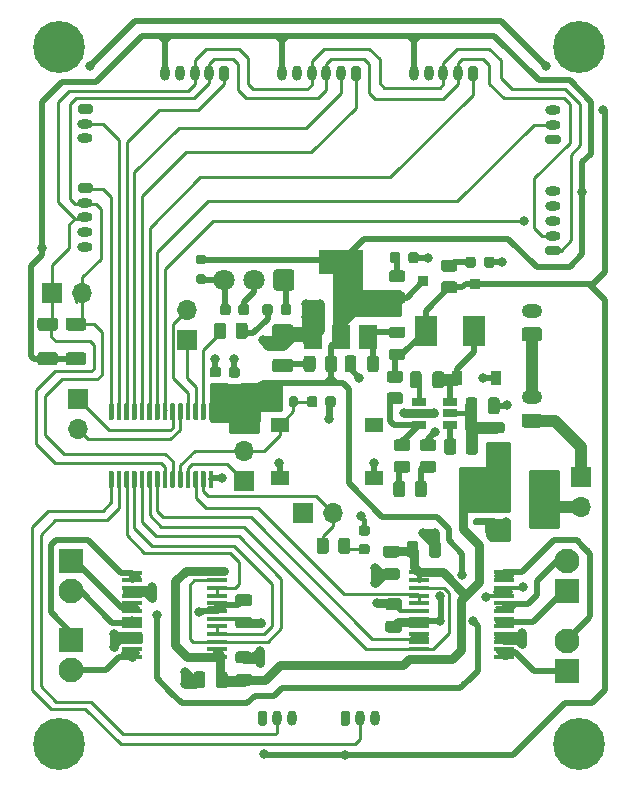
<source format=gbr>
%TF.GenerationSoftware,KiCad,Pcbnew,5.1.10*%
%TF.CreationDate,2021-06-13T09:42:38+02:00*%
%TF.ProjectId,nsumo,6e73756d-6f2e-46b6-9963-61645f706362,rev?*%
%TF.SameCoordinates,Original*%
%TF.FileFunction,Copper,L1,Top*%
%TF.FilePolarity,Positive*%
%FSLAX46Y46*%
G04 Gerber Fmt 4.6, Leading zero omitted, Abs format (unit mm)*
G04 Created by KiCad (PCBNEW 5.1.10) date 2021-06-13 09:42:38*
%MOMM*%
%LPD*%
G01*
G04 APERTURE LIST*
%TA.AperFunction,ComponentPad*%
%ADD10O,0.800000X1.300000*%
%TD*%
%TA.AperFunction,ComponentPad*%
%ADD11O,1.300000X0.800000*%
%TD*%
%TA.AperFunction,ComponentPad*%
%ADD12C,2.100000*%
%TD*%
%TA.AperFunction,ComponentPad*%
%ADD13R,2.100000X2.100000*%
%TD*%
%TA.AperFunction,SMDPad,CuDef*%
%ADD14R,1.500000X2.000000*%
%TD*%
%TA.AperFunction,SMDPad,CuDef*%
%ADD15R,3.800000X2.000000*%
%TD*%
%TA.AperFunction,ComponentPad*%
%ADD16C,0.700000*%
%TD*%
%TA.AperFunction,ComponentPad*%
%ADD17C,4.400000*%
%TD*%
%TA.AperFunction,ComponentPad*%
%ADD18O,1.750000X1.200000*%
%TD*%
%TA.AperFunction,ComponentPad*%
%ADD19O,1.700000X1.700000*%
%TD*%
%TA.AperFunction,ComponentPad*%
%ADD20R,1.700000X1.700000*%
%TD*%
%TA.AperFunction,SMDPad,CuDef*%
%ADD21R,1.550000X1.300000*%
%TD*%
%TA.AperFunction,SMDPad,CuDef*%
%ADD22R,1.220000X0.650000*%
%TD*%
%TA.AperFunction,ComponentPad*%
%ADD23R,0.850000X0.850000*%
%TD*%
%TA.AperFunction,SMDPad,CuDef*%
%ADD24R,1.900000X2.500000*%
%TD*%
%TA.AperFunction,SMDPad,CuDef*%
%ADD25R,0.900000X1.200000*%
%TD*%
%TA.AperFunction,SMDPad,CuDef*%
%ADD26R,1.750000X0.450000*%
%TD*%
%TA.AperFunction,ComponentPad*%
%ADD27C,1.800000*%
%TD*%
%TA.AperFunction,ViaPad*%
%ADD28C,0.800000*%
%TD*%
%TA.AperFunction,Conductor*%
%ADD29C,0.254000*%
%TD*%
%TA.AperFunction,Conductor*%
%ADD30C,0.508000*%
%TD*%
%TA.AperFunction,Conductor*%
%ADD31C,0.355600*%
%TD*%
%TA.AperFunction,Conductor*%
%ADD32C,0.457200*%
%TD*%
%TA.AperFunction,Conductor*%
%ADD33C,0.762000*%
%TD*%
%TA.AperFunction,Conductor*%
%ADD34C,1.000000*%
%TD*%
%TA.AperFunction,Conductor*%
%ADD35C,0.250000*%
%TD*%
%TA.AperFunction,Conductor*%
%ADD36C,0.100000*%
%TD*%
%TA.AperFunction,Conductor*%
%ADD37C,0.300000*%
%TD*%
G04 APERTURE END LIST*
%TO.P,U7,8*%
%TO.N,Net-(SW2-Pad2)*%
%TA.AperFunction,SMDPad,CuDef*%
G36*
G01*
X71000000Y-119495000D02*
X71000000Y-119195000D01*
G75*
G02*
X71150000Y-119045000I150000J0D01*
G01*
X72800000Y-119045000D01*
G75*
G02*
X72950000Y-119195000I0J-150000D01*
G01*
X72950000Y-119495000D01*
G75*
G02*
X72800000Y-119645000I-150000J0D01*
G01*
X71150000Y-119645000D01*
G75*
G02*
X71000000Y-119495000I0J150000D01*
G01*
G37*
%TD.AperFunction*%
%TO.P,U7,7*%
%TA.AperFunction,SMDPad,CuDef*%
G36*
G01*
X71000000Y-120765000D02*
X71000000Y-120465000D01*
G75*
G02*
X71150000Y-120315000I150000J0D01*
G01*
X72800000Y-120315000D01*
G75*
G02*
X72950000Y-120465000I0J-150000D01*
G01*
X72950000Y-120765000D01*
G75*
G02*
X72800000Y-120915000I-150000J0D01*
G01*
X71150000Y-120915000D01*
G75*
G02*
X71000000Y-120765000I0J150000D01*
G01*
G37*
%TD.AperFunction*%
%TO.P,U7,6*%
%TA.AperFunction,SMDPad,CuDef*%
G36*
G01*
X71000000Y-122035000D02*
X71000000Y-121735000D01*
G75*
G02*
X71150000Y-121585000I150000J0D01*
G01*
X72800000Y-121585000D01*
G75*
G02*
X72950000Y-121735000I0J-150000D01*
G01*
X72950000Y-122035000D01*
G75*
G02*
X72800000Y-122185000I-150000J0D01*
G01*
X71150000Y-122185000D01*
G75*
G02*
X71000000Y-122035000I0J150000D01*
G01*
G37*
%TD.AperFunction*%
%TO.P,U7,5*%
%TA.AperFunction,SMDPad,CuDef*%
G36*
G01*
X71000000Y-123305000D02*
X71000000Y-123005000D01*
G75*
G02*
X71150000Y-122855000I150000J0D01*
G01*
X72800000Y-122855000D01*
G75*
G02*
X72950000Y-123005000I0J-150000D01*
G01*
X72950000Y-123305000D01*
G75*
G02*
X72800000Y-123455000I-150000J0D01*
G01*
X71150000Y-123455000D01*
G75*
G02*
X71000000Y-123305000I0J150000D01*
G01*
G37*
%TD.AperFunction*%
%TO.P,U7,4*%
%TO.N,GND*%
%TA.AperFunction,SMDPad,CuDef*%
G36*
G01*
X66050000Y-123305000D02*
X66050000Y-123005000D01*
G75*
G02*
X66200000Y-122855000I150000J0D01*
G01*
X67850000Y-122855000D01*
G75*
G02*
X68000000Y-123005000I0J-150000D01*
G01*
X68000000Y-123305000D01*
G75*
G02*
X67850000Y-123455000I-150000J0D01*
G01*
X66200000Y-123455000D01*
G75*
G02*
X66050000Y-123305000I0J150000D01*
G01*
G37*
%TD.AperFunction*%
%TO.P,U7,3*%
%TO.N,+BATT*%
%TA.AperFunction,SMDPad,CuDef*%
G36*
G01*
X66050000Y-122035000D02*
X66050000Y-121735000D01*
G75*
G02*
X66200000Y-121585000I150000J0D01*
G01*
X67850000Y-121585000D01*
G75*
G02*
X68000000Y-121735000I0J-150000D01*
G01*
X68000000Y-122035000D01*
G75*
G02*
X67850000Y-122185000I-150000J0D01*
G01*
X66200000Y-122185000D01*
G75*
G02*
X66050000Y-122035000I0J150000D01*
G01*
G37*
%TD.AperFunction*%
%TO.P,U7,2*%
%TA.AperFunction,SMDPad,CuDef*%
G36*
G01*
X66050000Y-120765000D02*
X66050000Y-120465000D01*
G75*
G02*
X66200000Y-120315000I150000J0D01*
G01*
X67850000Y-120315000D01*
G75*
G02*
X68000000Y-120465000I0J-150000D01*
G01*
X68000000Y-120765000D01*
G75*
G02*
X67850000Y-120915000I-150000J0D01*
G01*
X66200000Y-120915000D01*
G75*
G02*
X66050000Y-120765000I0J150000D01*
G01*
G37*
%TD.AperFunction*%
%TO.P,U7,1*%
%TA.AperFunction,SMDPad,CuDef*%
G36*
G01*
X66050000Y-119495000D02*
X66050000Y-119195000D01*
G75*
G02*
X66200000Y-119045000I150000J0D01*
G01*
X67850000Y-119045000D01*
G75*
G02*
X68000000Y-119195000I0J-150000D01*
G01*
X68000000Y-119495000D01*
G75*
G02*
X67850000Y-119645000I-150000J0D01*
G01*
X66200000Y-119645000D01*
G75*
G02*
X66050000Y-119495000I0J150000D01*
G01*
G37*
%TD.AperFunction*%
%TD*%
%TO.P,C3,2*%
%TO.N,GND*%
%TA.AperFunction,SMDPad,CuDef*%
G36*
G01*
X50550001Y-107575000D02*
X49249999Y-107575000D01*
G75*
G02*
X49000000Y-107325001I0J249999D01*
G01*
X49000000Y-106674999D01*
G75*
G02*
X49249999Y-106425000I249999J0D01*
G01*
X50550001Y-106425000D01*
G75*
G02*
X50800000Y-106674999I0J-249999D01*
G01*
X50800000Y-107325001D01*
G75*
G02*
X50550001Y-107575000I-249999J0D01*
G01*
G37*
%TD.AperFunction*%
%TO.P,C3,1*%
%TO.N,Net-(C3-Pad1)*%
%TA.AperFunction,SMDPad,CuDef*%
G36*
G01*
X50550001Y-110525000D02*
X49249999Y-110525000D01*
G75*
G02*
X49000000Y-110275001I0J249999D01*
G01*
X49000000Y-109624999D01*
G75*
G02*
X49249999Y-109375000I249999J0D01*
G01*
X50550001Y-109375000D01*
G75*
G02*
X50800000Y-109624999I0J-249999D01*
G01*
X50800000Y-110275001D01*
G75*
G02*
X50550001Y-110525000I-249999J0D01*
G01*
G37*
%TD.AperFunction*%
%TD*%
%TO.P,J22,1*%
%TO.N,+5V*%
%TA.AperFunction,ComponentPad*%
G36*
G01*
X54800000Y-140250000D02*
X54800000Y-139350000D01*
G75*
G02*
X55000000Y-139150000I200000J0D01*
G01*
X55400000Y-139150000D01*
G75*
G02*
X55600000Y-139350000I0J-200000D01*
G01*
X55600000Y-140250000D01*
G75*
G02*
X55400000Y-140450000I-200000J0D01*
G01*
X55000000Y-140450000D01*
G75*
G02*
X54800000Y-140250000I0J200000D01*
G01*
G37*
%TD.AperFunction*%
D10*
%TO.P,J22,2*%
%TO.N,LD_BACK_RIGHT*%
X56450000Y-139800000D03*
%TO.P,J22,3*%
%TO.N,GND*%
X57700000Y-139800000D03*
%TD*%
D11*
%TO.P,J21,3*%
%TO.N,+5V*%
X72800000Y-88300000D03*
%TO.P,J21,2*%
%TO.N,LD_FRONT_RIGHT*%
X72800000Y-89550000D03*
%TO.P,J21,1*%
%TO.N,GND*%
%TA.AperFunction,ComponentPad*%
G36*
G01*
X73250000Y-91200000D02*
X72350000Y-91200000D01*
G75*
G02*
X72150000Y-91000000I0J200000D01*
G01*
X72150000Y-90600000D01*
G75*
G02*
X72350000Y-90400000I200000J0D01*
G01*
X73250000Y-90400000D01*
G75*
G02*
X73450000Y-90600000I0J-200000D01*
G01*
X73450000Y-91000000D01*
G75*
G02*
X73250000Y-91200000I-200000J0D01*
G01*
G37*
%TD.AperFunction*%
%TD*%
D10*
%TO.P,J20,3*%
%TO.N,GND*%
X50700000Y-139800000D03*
%TO.P,J20,2*%
%TO.N,LD_BACK_LEFT*%
X49450000Y-139800000D03*
%TO.P,J20,1*%
%TO.N,+5V*%
%TA.AperFunction,ComponentPad*%
G36*
G01*
X47800000Y-140250000D02*
X47800000Y-139350000D01*
G75*
G02*
X48000000Y-139150000I200000J0D01*
G01*
X48400000Y-139150000D01*
G75*
G02*
X48600000Y-139350000I0J-200000D01*
G01*
X48600000Y-140250000D01*
G75*
G02*
X48400000Y-140450000I-200000J0D01*
G01*
X48000000Y-140450000D01*
G75*
G02*
X47800000Y-140250000I0J200000D01*
G01*
G37*
%TD.AperFunction*%
%TD*%
D11*
%TO.P,J19,3*%
%TO.N,GND*%
X33200000Y-90700000D03*
%TO.P,J19,2*%
%TO.N,LD_FRONT_LEFT*%
X33200000Y-89450000D03*
%TO.P,J19,1*%
%TO.N,+5V*%
%TA.AperFunction,ComponentPad*%
G36*
G01*
X32750000Y-87800000D02*
X33650000Y-87800000D01*
G75*
G02*
X33850000Y-88000000I0J-200000D01*
G01*
X33850000Y-88400000D01*
G75*
G02*
X33650000Y-88600000I-200000J0D01*
G01*
X32750000Y-88600000D01*
G75*
G02*
X32550000Y-88400000I0J200000D01*
G01*
X32550000Y-88000000D01*
G75*
G02*
X32750000Y-87800000I200000J0D01*
G01*
G37*
%TD.AperFunction*%
%TD*%
D12*
%TO.P,J18,2*%
%TO.N,Net-(J18-Pad2)*%
X32000000Y-135740000D03*
D13*
%TO.P,J18,1*%
%TO.N,Net-(J18-Pad1)*%
X32000000Y-133200000D03*
%TD*%
D12*
%TO.P,J17,2*%
%TO.N,Net-(J17-Pad2)*%
X32000000Y-129040000D03*
D13*
%TO.P,J17,1*%
%TO.N,Net-(J17-Pad1)*%
X32000000Y-126500000D03*
%TD*%
D12*
%TO.P,J15,2*%
%TO.N,Net-(J15-Pad2)*%
X73950000Y-133223000D03*
D13*
%TO.P,J15,1*%
%TO.N,Net-(J15-Pad1)*%
X73950000Y-135763000D03*
%TD*%
D12*
%TO.P,J14,2*%
%TO.N,Net-(J14-Pad2)*%
X73950000Y-126500000D03*
D13*
%TO.P,J14,1*%
%TO.N,Net-(J14-Pad1)*%
X73950000Y-129040000D03*
%TD*%
%TO.P,C14,2*%
%TO.N,GND*%
%TA.AperFunction,SMDPad,CuDef*%
G36*
G01*
X62300000Y-125975000D02*
X62300000Y-125025000D01*
G75*
G02*
X62550000Y-124775000I250000J0D01*
G01*
X63050000Y-124775000D01*
G75*
G02*
X63300000Y-125025000I0J-250000D01*
G01*
X63300000Y-125975000D01*
G75*
G02*
X63050000Y-126225000I-250000J0D01*
G01*
X62550000Y-126225000D01*
G75*
G02*
X62300000Y-125975000I0J250000D01*
G01*
G37*
%TD.AperFunction*%
%TO.P,C14,1*%
%TO.N,+BATT*%
%TA.AperFunction,SMDPad,CuDef*%
G36*
G01*
X60400000Y-125975000D02*
X60400000Y-125025000D01*
G75*
G02*
X60650000Y-124775000I250000J0D01*
G01*
X61150000Y-124775000D01*
G75*
G02*
X61400000Y-125025000I0J-250000D01*
G01*
X61400000Y-125975000D01*
G75*
G02*
X61150000Y-126225000I-250000J0D01*
G01*
X60650000Y-126225000D01*
G75*
G02*
X60400000Y-125975000I0J250000D01*
G01*
G37*
%TD.AperFunction*%
%TD*%
%TO.P,C13,2*%
%TO.N,GND*%
%TA.AperFunction,SMDPad,CuDef*%
G36*
G01*
X47075000Y-135150000D02*
X46125000Y-135150000D01*
G75*
G02*
X45875000Y-134900000I0J250000D01*
G01*
X45875000Y-134400000D01*
G75*
G02*
X46125000Y-134150000I250000J0D01*
G01*
X47075000Y-134150000D01*
G75*
G02*
X47325000Y-134400000I0J-250000D01*
G01*
X47325000Y-134900000D01*
G75*
G02*
X47075000Y-135150000I-250000J0D01*
G01*
G37*
%TD.AperFunction*%
%TO.P,C13,1*%
%TO.N,+BATT*%
%TA.AperFunction,SMDPad,CuDef*%
G36*
G01*
X47075000Y-137050000D02*
X46125000Y-137050000D01*
G75*
G02*
X45875000Y-136800000I0J250000D01*
G01*
X45875000Y-136300000D01*
G75*
G02*
X46125000Y-136050000I250000J0D01*
G01*
X47075000Y-136050000D01*
G75*
G02*
X47325000Y-136300000I0J-250000D01*
G01*
X47325000Y-136800000D01*
G75*
G02*
X47075000Y-137050000I-250000J0D01*
G01*
G37*
%TD.AperFunction*%
%TD*%
%TO.P,C12,2*%
%TO.N,GND*%
%TA.AperFunction,SMDPad,CuDef*%
G36*
G01*
X58625000Y-127100000D02*
X59575000Y-127100000D01*
G75*
G02*
X59825000Y-127350000I0J-250000D01*
G01*
X59825000Y-127850000D01*
G75*
G02*
X59575000Y-128100000I-250000J0D01*
G01*
X58625000Y-128100000D01*
G75*
G02*
X58375000Y-127850000I0J250000D01*
G01*
X58375000Y-127350000D01*
G75*
G02*
X58625000Y-127100000I250000J0D01*
G01*
G37*
%TD.AperFunction*%
%TO.P,C12,1*%
%TO.N,+BATT*%
%TA.AperFunction,SMDPad,CuDef*%
G36*
G01*
X58625000Y-125200000D02*
X59575000Y-125200000D01*
G75*
G02*
X59825000Y-125450000I0J-250000D01*
G01*
X59825000Y-125950000D01*
G75*
G02*
X59575000Y-126200000I-250000J0D01*
G01*
X58625000Y-126200000D01*
G75*
G02*
X58375000Y-125950000I0J250000D01*
G01*
X58375000Y-125450000D01*
G75*
G02*
X58625000Y-125200000I250000J0D01*
G01*
G37*
%TD.AperFunction*%
%TD*%
%TO.P,C11,2*%
%TO.N,GND*%
%TA.AperFunction,SMDPad,CuDef*%
G36*
G01*
X43350000Y-136075000D02*
X43350000Y-137025000D01*
G75*
G02*
X43100000Y-137275000I-250000J0D01*
G01*
X42600000Y-137275000D01*
G75*
G02*
X42350000Y-137025000I0J250000D01*
G01*
X42350000Y-136075000D01*
G75*
G02*
X42600000Y-135825000I250000J0D01*
G01*
X43100000Y-135825000D01*
G75*
G02*
X43350000Y-136075000I0J-250000D01*
G01*
G37*
%TD.AperFunction*%
%TO.P,C11,1*%
%TO.N,+BATT*%
%TA.AperFunction,SMDPad,CuDef*%
G36*
G01*
X45250000Y-136075000D02*
X45250000Y-137025000D01*
G75*
G02*
X45000000Y-137275000I-250000J0D01*
G01*
X44500000Y-137275000D01*
G75*
G02*
X44250000Y-137025000I0J250000D01*
G01*
X44250000Y-136075000D01*
G75*
G02*
X44500000Y-135825000I250000J0D01*
G01*
X45000000Y-135825000D01*
G75*
G02*
X45250000Y-136075000I0J-250000D01*
G01*
G37*
%TD.AperFunction*%
%TD*%
%TO.P,C10,2*%
%TO.N,GND*%
%TA.AperFunction,SMDPad,CuDef*%
G36*
G01*
X59775000Y-130650000D02*
X58825000Y-130650000D01*
G75*
G02*
X58575000Y-130400000I0J250000D01*
G01*
X58575000Y-129900000D01*
G75*
G02*
X58825000Y-129650000I250000J0D01*
G01*
X59775000Y-129650000D01*
G75*
G02*
X60025000Y-129900000I0J-250000D01*
G01*
X60025000Y-130400000D01*
G75*
G02*
X59775000Y-130650000I-250000J0D01*
G01*
G37*
%TD.AperFunction*%
%TO.P,C10,1*%
%TO.N,+3V3*%
%TA.AperFunction,SMDPad,CuDef*%
G36*
G01*
X59775000Y-132550000D02*
X58825000Y-132550000D01*
G75*
G02*
X58575000Y-132300000I0J250000D01*
G01*
X58575000Y-131800000D01*
G75*
G02*
X58825000Y-131550000I250000J0D01*
G01*
X59775000Y-131550000D01*
G75*
G02*
X60025000Y-131800000I0J-250000D01*
G01*
X60025000Y-132300000D01*
G75*
G02*
X59775000Y-132550000I-250000J0D01*
G01*
G37*
%TD.AperFunction*%
%TD*%
%TO.P,C9,2*%
%TO.N,GND*%
%TA.AperFunction,SMDPad,CuDef*%
G36*
G01*
X46125000Y-131200000D02*
X47075000Y-131200000D01*
G75*
G02*
X47325000Y-131450000I0J-250000D01*
G01*
X47325000Y-131950000D01*
G75*
G02*
X47075000Y-132200000I-250000J0D01*
G01*
X46125000Y-132200000D01*
G75*
G02*
X45875000Y-131950000I0J250000D01*
G01*
X45875000Y-131450000D01*
G75*
G02*
X46125000Y-131200000I250000J0D01*
G01*
G37*
%TD.AperFunction*%
%TO.P,C9,1*%
%TO.N,+3V3*%
%TA.AperFunction,SMDPad,CuDef*%
G36*
G01*
X46125000Y-129300000D02*
X47075000Y-129300000D01*
G75*
G02*
X47325000Y-129550000I0J-250000D01*
G01*
X47325000Y-130050000D01*
G75*
G02*
X47075000Y-130300000I-250000J0D01*
G01*
X46125000Y-130300000D01*
G75*
G02*
X45875000Y-130050000I0J250000D01*
G01*
X45875000Y-129550000D01*
G75*
G02*
X46125000Y-129300000I250000J0D01*
G01*
G37*
%TD.AperFunction*%
%TD*%
D14*
%TO.P,U5,1*%
%TO.N,GND*%
X52500000Y-107495000D03*
%TO.P,U5,3*%
%TO.N,Net-(C2-Pad1)*%
X57100000Y-107495000D03*
%TO.P,U5,2*%
%TO.N,+3V3*%
X54800000Y-107495000D03*
D15*
X54800000Y-101195000D03*
%TD*%
%TO.P,R9,2*%
%TO.N,SCL*%
%TA.AperFunction,SMDPad,CuDef*%
G36*
G01*
X30625002Y-107000000D02*
X29374998Y-107000000D01*
G75*
G02*
X29125000Y-106750002I0J249998D01*
G01*
X29125000Y-106124998D01*
G75*
G02*
X29374998Y-105875000I249998J0D01*
G01*
X30625002Y-105875000D01*
G75*
G02*
X30875000Y-106124998I0J-249998D01*
G01*
X30875000Y-106750002D01*
G75*
G02*
X30625002Y-107000000I-249998J0D01*
G01*
G37*
%TD.AperFunction*%
%TO.P,R9,1*%
%TO.N,+3V3*%
%TA.AperFunction,SMDPad,CuDef*%
G36*
G01*
X30625002Y-109925000D02*
X29374998Y-109925000D01*
G75*
G02*
X29125000Y-109675002I0J249998D01*
G01*
X29125000Y-109049998D01*
G75*
G02*
X29374998Y-108800000I249998J0D01*
G01*
X30625002Y-108800000D01*
G75*
G02*
X30875000Y-109049998I0J-249998D01*
G01*
X30875000Y-109675002D01*
G75*
G02*
X30625002Y-109925000I-249998J0D01*
G01*
G37*
%TD.AperFunction*%
%TD*%
%TO.P,R8,2*%
%TO.N,SDA*%
%TA.AperFunction,SMDPad,CuDef*%
G36*
G01*
X33025002Y-107000000D02*
X31774998Y-107000000D01*
G75*
G02*
X31525000Y-106750002I0J249998D01*
G01*
X31525000Y-106124998D01*
G75*
G02*
X31774998Y-105875000I249998J0D01*
G01*
X33025002Y-105875000D01*
G75*
G02*
X33275000Y-106124998I0J-249998D01*
G01*
X33275000Y-106750002D01*
G75*
G02*
X33025002Y-107000000I-249998J0D01*
G01*
G37*
%TD.AperFunction*%
%TO.P,R8,1*%
%TO.N,+3V3*%
%TA.AperFunction,SMDPad,CuDef*%
G36*
G01*
X33025002Y-109925000D02*
X31774998Y-109925000D01*
G75*
G02*
X31525000Y-109675002I0J249998D01*
G01*
X31525000Y-109049998D01*
G75*
G02*
X31774998Y-108800000I249998J0D01*
G01*
X33025002Y-108800000D01*
G75*
G02*
X33275000Y-109049998I0J-249998D01*
G01*
X33275000Y-109675002D01*
G75*
G02*
X33025002Y-109925000I-249998J0D01*
G01*
G37*
%TD.AperFunction*%
%TD*%
D11*
%TO.P,J1,5*%
%TO.N,+3V3*%
X33200000Y-99900000D03*
%TO.P,J1,4*%
%TO.N,GND*%
X33200000Y-98650000D03*
%TO.P,J1,3*%
%TO.N,SCL*%
X33200000Y-97400000D03*
%TO.P,J1,2*%
%TO.N,SDA*%
X33200000Y-96150000D03*
%TO.P,J1,1*%
%TO.N,xshut_left*%
%TA.AperFunction,ComponentPad*%
G36*
G01*
X32750000Y-94500000D02*
X33650000Y-94500000D01*
G75*
G02*
X33850000Y-94700000I0J-200000D01*
G01*
X33850000Y-95100000D01*
G75*
G02*
X33650000Y-95300000I-200000J0D01*
G01*
X32750000Y-95300000D01*
G75*
G02*
X32550000Y-95100000I0J200000D01*
G01*
X32550000Y-94700000D01*
G75*
G02*
X32750000Y-94500000I200000J0D01*
G01*
G37*
%TD.AperFunction*%
%TD*%
D10*
%TO.P,J4,5*%
%TO.N,+3V3*%
X39950000Y-85200000D03*
%TO.P,J4,4*%
%TO.N,GND*%
X41200000Y-85200000D03*
%TO.P,J4,3*%
%TO.N,SCL*%
X42450000Y-85200000D03*
%TO.P,J4,2*%
%TO.N,SDA*%
X43700000Y-85200000D03*
%TO.P,J4,1*%
%TO.N,xshut_front_left*%
%TA.AperFunction,ComponentPad*%
G36*
G01*
X45350000Y-84750000D02*
X45350000Y-85650000D01*
G75*
G02*
X45150000Y-85850000I-200000J0D01*
G01*
X44750000Y-85850000D01*
G75*
G02*
X44550000Y-85650000I0J200000D01*
G01*
X44550000Y-84750000D01*
G75*
G02*
X44750000Y-84550000I200000J0D01*
G01*
X45150000Y-84550000D01*
G75*
G02*
X45350000Y-84750000I0J-200000D01*
G01*
G37*
%TD.AperFunction*%
%TD*%
%TO.P,J2,6*%
%TO.N,+3V3*%
X49850000Y-85200000D03*
%TO.P,J2,5*%
%TO.N,GND*%
X51100000Y-85200000D03*
%TO.P,J2,4*%
%TO.N,SCL*%
X52350000Y-85200000D03*
%TO.P,J2,3*%
%TO.N,SDA*%
X53600000Y-85200000D03*
%TO.P,J2,2*%
%TO.N,xshut_front*%
X54850000Y-85200000D03*
%TO.P,J2,1*%
%TO.N,RS_FRONT_INT*%
%TA.AperFunction,ComponentPad*%
G36*
G01*
X56500000Y-84750000D02*
X56500000Y-85650000D01*
G75*
G02*
X56300000Y-85850000I-200000J0D01*
G01*
X55900000Y-85850000D01*
G75*
G02*
X55700000Y-85650000I0J200000D01*
G01*
X55700000Y-84750000D01*
G75*
G02*
X55900000Y-84550000I200000J0D01*
G01*
X56300000Y-84550000D01*
G75*
G02*
X56500000Y-84750000I0J-200000D01*
G01*
G37*
%TD.AperFunction*%
%TD*%
D16*
%TO.P,H4,1*%
%TO.N,GND*%
X32166726Y-81833274D03*
X31000000Y-81350000D03*
X29833274Y-81833274D03*
X29350000Y-83000000D03*
X29833274Y-84166726D03*
X31000000Y-84650000D03*
X32166726Y-84166726D03*
X32650000Y-83000000D03*
D17*
X31000000Y-83000000D03*
%TD*%
D16*
%TO.P,H3,1*%
%TO.N,GND*%
X76166726Y-81833274D03*
X75000000Y-81350000D03*
X73833274Y-81833274D03*
X73350000Y-83000000D03*
X73833274Y-84166726D03*
X75000000Y-84650000D03*
X76166726Y-84166726D03*
X76650000Y-83000000D03*
D17*
X75000000Y-83000000D03*
%TD*%
D16*
%TO.P,H2,1*%
%TO.N,GND*%
X32166726Y-140833274D03*
X31000000Y-140350000D03*
X29833274Y-140833274D03*
X29350000Y-142000000D03*
X29833274Y-143166726D03*
X31000000Y-143650000D03*
X32166726Y-143166726D03*
X32650000Y-142000000D03*
D17*
X31000000Y-142000000D03*
%TD*%
D16*
%TO.P,H1,1*%
%TO.N,GND*%
X76166726Y-140833274D03*
X75000000Y-140350000D03*
X73833274Y-140833274D03*
X73350000Y-142000000D03*
X73833274Y-143166726D03*
X75000000Y-143650000D03*
X76166726Y-143166726D03*
X76650000Y-142000000D03*
D17*
X75000000Y-142000000D03*
%TD*%
D18*
%TO.P,J5,2*%
%TO.N,GND*%
X71000000Y-105300000D03*
%TO.P,J5,1*%
%TO.N,Net-(J3-Pad2)*%
%TA.AperFunction,ComponentPad*%
G36*
G01*
X71625001Y-107900000D02*
X70374999Y-107900000D01*
G75*
G02*
X70125000Y-107650001I0J249999D01*
G01*
X70125000Y-106949999D01*
G75*
G02*
X70374999Y-106700000I249999J0D01*
G01*
X71625001Y-106700000D01*
G75*
G02*
X71875000Y-106949999I0J-249999D01*
G01*
X71875000Y-107650001D01*
G75*
G02*
X71625001Y-107900000I-249999J0D01*
G01*
G37*
%TD.AperFunction*%
%TD*%
%TO.P,J3,2*%
%TO.N,Net-(J3-Pad2)*%
X71000000Y-112600000D03*
%TO.P,J3,1*%
%TO.N,Net-(J3-Pad1)*%
%TA.AperFunction,ComponentPad*%
G36*
G01*
X71625001Y-115200000D02*
X70374999Y-115200000D01*
G75*
G02*
X70125000Y-114950001I0J249999D01*
G01*
X70125000Y-114249999D01*
G75*
G02*
X70374999Y-114000000I249999J0D01*
G01*
X71625001Y-114000000D01*
G75*
G02*
X71875000Y-114249999I0J-249999D01*
G01*
X71875000Y-114950001D01*
G75*
G02*
X71625001Y-115200000I-249999J0D01*
G01*
G37*
%TD.AperFunction*%
%TD*%
D11*
%TO.P,J9,5*%
%TO.N,+3V3*%
X72800000Y-95200000D03*
%TO.P,J9,4*%
%TO.N,GND*%
X72800000Y-96450000D03*
%TO.P,J9,3*%
%TO.N,xshut_right*%
X72800000Y-97700000D03*
%TO.P,J9,2*%
%TO.N,SDA*%
X72800000Y-98950000D03*
%TO.P,J9,1*%
%TO.N,SCL*%
%TA.AperFunction,ComponentPad*%
G36*
G01*
X73250000Y-100600000D02*
X72350000Y-100600000D01*
G75*
G02*
X72150000Y-100400000I0J200000D01*
G01*
X72150000Y-100000000D01*
G75*
G02*
X72350000Y-99800000I200000J0D01*
G01*
X73250000Y-99800000D01*
G75*
G02*
X73450000Y-100000000I0J-200000D01*
G01*
X73450000Y-100400000D01*
G75*
G02*
X73250000Y-100600000I-200000J0D01*
G01*
G37*
%TD.AperFunction*%
%TD*%
D10*
%TO.P,J7,5*%
%TO.N,+3V3*%
X61000000Y-85200000D03*
%TO.P,J7,4*%
%TO.N,GND*%
X62250000Y-85200000D03*
%TO.P,J7,3*%
%TO.N,SCL*%
X63500000Y-85200000D03*
%TO.P,J7,2*%
%TO.N,SDA*%
X64750000Y-85200000D03*
%TO.P,J7,1*%
%TO.N,xshut_front_right*%
%TA.AperFunction,ComponentPad*%
G36*
G01*
X66400000Y-84750000D02*
X66400000Y-85650000D01*
G75*
G02*
X66200000Y-85850000I-200000J0D01*
G01*
X65800000Y-85850000D01*
G75*
G02*
X65600000Y-85650000I0J200000D01*
G01*
X65600000Y-84750000D01*
G75*
G02*
X65800000Y-84550000I200000J0D01*
G01*
X66200000Y-84550000D01*
G75*
G02*
X66400000Y-84750000I0J-200000D01*
G01*
G37*
%TD.AperFunction*%
%TD*%
D19*
%TO.P,J6,2*%
%TO.N,SDA*%
X32940000Y-103800000D03*
D20*
%TO.P,J6,1*%
%TO.N,SCL*%
X30400000Y-103800000D03*
%TD*%
%TO.P,R5,2*%
%TO.N,Net-(D6-Pad2)*%
%TA.AperFunction,SMDPad,CuDef*%
G36*
G01*
X54600000Y-125650002D02*
X54600000Y-124749998D01*
G75*
G02*
X54849998Y-124500000I249998J0D01*
G01*
X55375002Y-124500000D01*
G75*
G02*
X55625000Y-124749998I0J-249998D01*
G01*
X55625000Y-125650002D01*
G75*
G02*
X55375002Y-125900000I-249998J0D01*
G01*
X54849998Y-125900000D01*
G75*
G02*
X54600000Y-125650002I0J249998D01*
G01*
G37*
%TD.AperFunction*%
%TO.P,R5,1*%
%TO.N,P26UNUSED*%
%TA.AperFunction,SMDPad,CuDef*%
G36*
G01*
X52775000Y-125650002D02*
X52775000Y-124749998D01*
G75*
G02*
X53024998Y-124500000I249998J0D01*
G01*
X53550002Y-124500000D01*
G75*
G02*
X53800000Y-124749998I0J-249998D01*
G01*
X53800000Y-125650002D01*
G75*
G02*
X53550002Y-125900000I-249998J0D01*
G01*
X53024998Y-125900000D01*
G75*
G02*
X52775000Y-125650002I0J249998D01*
G01*
G37*
%TD.AperFunction*%
%TD*%
D19*
%TO.P,J12,2*%
%TO.N,P26UNUSED*%
X54140000Y-122400000D03*
D20*
%TO.P,J12,1*%
%TO.N,GND*%
X51600000Y-122400000D03*
%TD*%
D19*
%TO.P,J11,3*%
%TO.N,+3V3*%
X46600000Y-114600000D03*
%TO.P,J11,2*%
%TO.N,RST*%
X46600000Y-117140000D03*
D20*
%TO.P,J11,1*%
%TO.N,SBWTCK*%
X46600000Y-119680000D03*
%TD*%
D19*
%TO.P,J8,2*%
%TO.N,P13UNUSED*%
X32600000Y-115340000D03*
D20*
%TO.P,J8,1*%
%TO.N,P14UNUSED*%
X32600000Y-112800000D03*
%TD*%
D19*
%TO.P,J10,2*%
%TO.N,Net-(J10-Pad2)*%
X41800000Y-105260000D03*
D20*
%TO.P,J10,1*%
%TO.N,Net-(J10-Pad1)*%
X41800000Y-107800000D03*
%TD*%
%TO.P,D5,2*%
%TO.N,Net-(D5-Pad2)*%
%TA.AperFunction,SMDPad,CuDef*%
G36*
G01*
X49762500Y-105456250D02*
X49762500Y-104943750D01*
G75*
G02*
X49981250Y-104725000I218750J0D01*
G01*
X50418750Y-104725000D01*
G75*
G02*
X50637500Y-104943750I0J-218750D01*
G01*
X50637500Y-105456250D01*
G75*
G02*
X50418750Y-105675000I-218750J0D01*
G01*
X49981250Y-105675000D01*
G75*
G02*
X49762500Y-105456250I0J218750D01*
G01*
G37*
%TD.AperFunction*%
%TO.P,D5,1*%
%TO.N,Net-(D5-Pad1)*%
%TA.AperFunction,SMDPad,CuDef*%
G36*
G01*
X48187500Y-105456250D02*
X48187500Y-104943750D01*
G75*
G02*
X48406250Y-104725000I218750J0D01*
G01*
X48843750Y-104725000D01*
G75*
G02*
X49062500Y-104943750I0J-218750D01*
G01*
X49062500Y-105456250D01*
G75*
G02*
X48843750Y-105675000I-218750J0D01*
G01*
X48406250Y-105675000D01*
G75*
G02*
X48187500Y-105456250I0J218750D01*
G01*
G37*
%TD.AperFunction*%
%TD*%
D19*
%TO.P,SW2,2*%
%TO.N,Net-(SW2-Pad2)*%
X75200000Y-121940000D03*
D20*
%TO.P,SW2,1*%
%TO.N,Net-(J3-Pad1)*%
X75200000Y-119400000D03*
%TD*%
D21*
%TO.P,SW1,2*%
%TO.N,RST*%
X49650000Y-114950000D03*
%TO.P,SW1,1*%
%TO.N,GND*%
X49650000Y-119450000D03*
X57600000Y-119450000D03*
%TO.P,SW1,2*%
%TO.N,RST*%
X57600000Y-114950000D03*
%TD*%
D22*
%TO.P,U2,6*%
%TO.N,Net-(C4-Pad2)*%
X64051000Y-113046000D03*
%TO.P,U2,5*%
%TO.N,Net-(C1-Pad1)*%
X64051000Y-113996000D03*
%TO.P,U2,4*%
%TO.N,Net-(R3-Pad2)*%
X64051000Y-114946000D03*
%TO.P,U2,3*%
%TO.N,Net-(R12-Pad2)*%
X61431000Y-114946000D03*
%TO.P,U2,2*%
%TO.N,GND*%
X61431000Y-113996000D03*
%TO.P,U2,1*%
%TO.N,Net-(C4-Pad1)*%
X61431000Y-113046000D03*
%TD*%
D23*
%TO.P,TP2,1*%
%TO.N,+5V*%
X66200000Y-103000000D03*
%TD*%
%TO.P,R15,2*%
%TO.N,GND*%
%TA.AperFunction,SMDPad,CuDef*%
G36*
G01*
X62650002Y-117200000D02*
X61749998Y-117200000D01*
G75*
G02*
X61500000Y-116950002I0J249998D01*
G01*
X61500000Y-116424998D01*
G75*
G02*
X61749998Y-116175000I249998J0D01*
G01*
X62650002Y-116175000D01*
G75*
G02*
X62900000Y-116424998I0J-249998D01*
G01*
X62900000Y-116950002D01*
G75*
G02*
X62650002Y-117200000I-249998J0D01*
G01*
G37*
%TD.AperFunction*%
%TO.P,R15,1*%
%TO.N,Net-(R14-Pad2)*%
%TA.AperFunction,SMDPad,CuDef*%
G36*
G01*
X62650002Y-119025000D02*
X61749998Y-119025000D01*
G75*
G02*
X61500000Y-118775002I0J249998D01*
G01*
X61500000Y-118249998D01*
G75*
G02*
X61749998Y-118000000I249998J0D01*
G01*
X62650002Y-118000000D01*
G75*
G02*
X62900000Y-118249998I0J-249998D01*
G01*
X62900000Y-118775002D01*
G75*
G02*
X62650002Y-119025000I-249998J0D01*
G01*
G37*
%TD.AperFunction*%
%TD*%
%TO.P,R14,2*%
%TO.N,Net-(R14-Pad2)*%
%TA.AperFunction,SMDPad,CuDef*%
G36*
G01*
X61087500Y-120850002D02*
X61087500Y-119949998D01*
G75*
G02*
X61337498Y-119700000I249998J0D01*
G01*
X61862502Y-119700000D01*
G75*
G02*
X62112500Y-119949998I0J-249998D01*
G01*
X62112500Y-120850002D01*
G75*
G02*
X61862502Y-121100000I-249998J0D01*
G01*
X61337498Y-121100000D01*
G75*
G02*
X61087500Y-120850002I0J249998D01*
G01*
G37*
%TD.AperFunction*%
%TO.P,R14,1*%
%TO.N,Net-(R13-Pad2)*%
%TA.AperFunction,SMDPad,CuDef*%
G36*
G01*
X59262500Y-120850002D02*
X59262500Y-119949998D01*
G75*
G02*
X59512498Y-119700000I249998J0D01*
G01*
X60037502Y-119700000D01*
G75*
G02*
X60287500Y-119949998I0J-249998D01*
G01*
X60287500Y-120850002D01*
G75*
G02*
X60037502Y-121100000I-249998J0D01*
G01*
X59512498Y-121100000D01*
G75*
G02*
X59262500Y-120850002I0J249998D01*
G01*
G37*
%TD.AperFunction*%
%TD*%
%TO.P,R13,2*%
%TO.N,Net-(R13-Pad2)*%
%TA.AperFunction,SMDPad,CuDef*%
G36*
G01*
X59549998Y-118000000D02*
X60450002Y-118000000D01*
G75*
G02*
X60700000Y-118249998I0J-249998D01*
G01*
X60700000Y-118775002D01*
G75*
G02*
X60450002Y-119025000I-249998J0D01*
G01*
X59549998Y-119025000D01*
G75*
G02*
X59300000Y-118775002I0J249998D01*
G01*
X59300000Y-118249998D01*
G75*
G02*
X59549998Y-118000000I249998J0D01*
G01*
G37*
%TD.AperFunction*%
%TO.P,R13,1*%
%TO.N,Net-(R12-Pad2)*%
%TA.AperFunction,SMDPad,CuDef*%
G36*
G01*
X59549998Y-116175000D02*
X60450002Y-116175000D01*
G75*
G02*
X60700000Y-116424998I0J-249998D01*
G01*
X60700000Y-116950002D01*
G75*
G02*
X60450002Y-117200000I-249998J0D01*
G01*
X59549998Y-117200000D01*
G75*
G02*
X59300000Y-116950002I0J249998D01*
G01*
X59300000Y-116424998D01*
G75*
G02*
X59549998Y-116175000I249998J0D01*
G01*
G37*
%TD.AperFunction*%
%TD*%
%TO.P,R12,2*%
%TO.N,Net-(R12-Pad2)*%
%TA.AperFunction,SMDPad,CuDef*%
G36*
G01*
X58949998Y-112200000D02*
X59850002Y-112200000D01*
G75*
G02*
X60100000Y-112449998I0J-249998D01*
G01*
X60100000Y-112975002D01*
G75*
G02*
X59850002Y-113225000I-249998J0D01*
G01*
X58949998Y-113225000D01*
G75*
G02*
X58700000Y-112975002I0J249998D01*
G01*
X58700000Y-112449998D01*
G75*
G02*
X58949998Y-112200000I249998J0D01*
G01*
G37*
%TD.AperFunction*%
%TO.P,R12,1*%
%TO.N,+5V*%
%TA.AperFunction,SMDPad,CuDef*%
G36*
G01*
X58949998Y-110375000D02*
X59850002Y-110375000D01*
G75*
G02*
X60100000Y-110624998I0J-249998D01*
G01*
X60100000Y-111150002D01*
G75*
G02*
X59850002Y-111400000I-249998J0D01*
G01*
X58949998Y-111400000D01*
G75*
G02*
X58700000Y-111150002I0J249998D01*
G01*
X58700000Y-110624998D01*
G75*
G02*
X58949998Y-110375000I249998J0D01*
G01*
G37*
%TD.AperFunction*%
%TD*%
%TO.P,R3,2*%
%TO.N,Net-(R3-Pad2)*%
%TA.AperFunction,SMDPad,CuDef*%
G36*
G01*
X64600000Y-116349998D02*
X64600000Y-117250002D01*
G75*
G02*
X64350002Y-117500000I-249998J0D01*
G01*
X63824998Y-117500000D01*
G75*
G02*
X63575000Y-117250002I0J249998D01*
G01*
X63575000Y-116349998D01*
G75*
G02*
X63824998Y-116100000I249998J0D01*
G01*
X64350002Y-116100000D01*
G75*
G02*
X64600000Y-116349998I0J-249998D01*
G01*
G37*
%TD.AperFunction*%
%TO.P,R3,1*%
%TO.N,Net-(C1-Pad1)*%
%TA.AperFunction,SMDPad,CuDef*%
G36*
G01*
X66425000Y-116349998D02*
X66425000Y-117250002D01*
G75*
G02*
X66175002Y-117500000I-249998J0D01*
G01*
X65649998Y-117500000D01*
G75*
G02*
X65400000Y-117250002I0J249998D01*
G01*
X65400000Y-116349998D01*
G75*
G02*
X65649998Y-116100000I249998J0D01*
G01*
X66175002Y-116100000D01*
G75*
G02*
X66425000Y-116349998I0J-249998D01*
G01*
G37*
%TD.AperFunction*%
%TD*%
D24*
%TO.P,L1,1*%
%TO.N,Net-(C4-Pad2)*%
X66100000Y-107000000D03*
%TO.P,L1,2*%
%TO.N,+5V*%
X62000000Y-107000000D03*
%TD*%
%TO.P,F2,2*%
%TO.N,Net-(C2-Pad1)*%
%TA.AperFunction,SMDPad,CuDef*%
G36*
G01*
X60056250Y-107612500D02*
X59143750Y-107612500D01*
G75*
G02*
X58900000Y-107368750I0J243750D01*
G01*
X58900000Y-106881250D01*
G75*
G02*
X59143750Y-106637500I243750J0D01*
G01*
X60056250Y-106637500D01*
G75*
G02*
X60300000Y-106881250I0J-243750D01*
G01*
X60300000Y-107368750D01*
G75*
G02*
X60056250Y-107612500I-243750J0D01*
G01*
G37*
%TD.AperFunction*%
%TO.P,F2,1*%
%TO.N,+5V*%
%TA.AperFunction,SMDPad,CuDef*%
G36*
G01*
X60056250Y-109487500D02*
X59143750Y-109487500D01*
G75*
G02*
X58900000Y-109243750I0J243750D01*
G01*
X58900000Y-108756250D01*
G75*
G02*
X59143750Y-108512500I243750J0D01*
G01*
X60056250Y-108512500D01*
G75*
G02*
X60300000Y-108756250I0J-243750D01*
G01*
X60300000Y-109243750D01*
G75*
G02*
X60056250Y-109487500I-243750J0D01*
G01*
G37*
%TD.AperFunction*%
%TD*%
%TO.P,F1,2*%
%TO.N,Net-(C1-Pad1)*%
%TA.AperFunction,SMDPad,CuDef*%
G36*
G01*
X68456250Y-115687500D02*
X67543750Y-115687500D01*
G75*
G02*
X67300000Y-115443750I0J243750D01*
G01*
X67300000Y-114956250D01*
G75*
G02*
X67543750Y-114712500I243750J0D01*
G01*
X68456250Y-114712500D01*
G75*
G02*
X68700000Y-114956250I0J-243750D01*
G01*
X68700000Y-115443750D01*
G75*
G02*
X68456250Y-115687500I-243750J0D01*
G01*
G37*
%TD.AperFunction*%
%TO.P,F1,1*%
%TO.N,+BATT*%
%TA.AperFunction,SMDPad,CuDef*%
G36*
G01*
X68456250Y-117562500D02*
X67543750Y-117562500D01*
G75*
G02*
X67300000Y-117318750I0J243750D01*
G01*
X67300000Y-116831250D01*
G75*
G02*
X67543750Y-116587500I243750J0D01*
G01*
X68456250Y-116587500D01*
G75*
G02*
X68700000Y-116831250I0J-243750D01*
G01*
X68700000Y-117318750D01*
G75*
G02*
X68456250Y-117562500I-243750J0D01*
G01*
G37*
%TD.AperFunction*%
%TD*%
D25*
%TO.P,D4,2*%
%TO.N,GND*%
X68000000Y-111000000D03*
%TO.P,D4,1*%
%TO.N,Net-(C4-Pad2)*%
X64700000Y-111000000D03*
%TD*%
%TO.P,C4,2*%
%TO.N,Net-(C4-Pad2)*%
%TA.AperFunction,SMDPad,CuDef*%
G36*
G01*
X62577000Y-111616000D02*
X62577000Y-110666000D01*
G75*
G02*
X62827000Y-110416000I250000J0D01*
G01*
X63327000Y-110416000D01*
G75*
G02*
X63577000Y-110666000I0J-250000D01*
G01*
X63577000Y-111616000D01*
G75*
G02*
X63327000Y-111866000I-250000J0D01*
G01*
X62827000Y-111866000D01*
G75*
G02*
X62577000Y-111616000I0J250000D01*
G01*
G37*
%TD.AperFunction*%
%TO.P,C4,1*%
%TO.N,Net-(C4-Pad1)*%
%TA.AperFunction,SMDPad,CuDef*%
G36*
G01*
X60677000Y-111616000D02*
X60677000Y-110666000D01*
G75*
G02*
X60927000Y-110416000I250000J0D01*
G01*
X61427000Y-110416000D01*
G75*
G02*
X61677000Y-110666000I0J-250000D01*
G01*
X61677000Y-111616000D01*
G75*
G02*
X61427000Y-111866000I-250000J0D01*
G01*
X60927000Y-111866000D01*
G75*
G02*
X60677000Y-111616000I0J250000D01*
G01*
G37*
%TD.AperFunction*%
%TD*%
%TO.P,C1,2*%
%TO.N,GND*%
%TA.AperFunction,SMDPad,CuDef*%
G36*
G01*
X67281000Y-113821000D02*
X67281000Y-112871000D01*
G75*
G02*
X67531000Y-112621000I250000J0D01*
G01*
X68031000Y-112621000D01*
G75*
G02*
X68281000Y-112871000I0J-250000D01*
G01*
X68281000Y-113821000D01*
G75*
G02*
X68031000Y-114071000I-250000J0D01*
G01*
X67531000Y-114071000D01*
G75*
G02*
X67281000Y-113821000I0J250000D01*
G01*
G37*
%TD.AperFunction*%
%TO.P,C1,1*%
%TO.N,Net-(C1-Pad1)*%
%TA.AperFunction,SMDPad,CuDef*%
G36*
G01*
X65381000Y-113821000D02*
X65381000Y-112871000D01*
G75*
G02*
X65631000Y-112621000I250000J0D01*
G01*
X66131000Y-112621000D01*
G75*
G02*
X66381000Y-112871000I0J-250000D01*
G01*
X66381000Y-113821000D01*
G75*
G02*
X66131000Y-114071000I-250000J0D01*
G01*
X65631000Y-114071000D01*
G75*
G02*
X65381000Y-113821000I0J250000D01*
G01*
G37*
%TD.AperFunction*%
%TD*%
D23*
%TO.P,TP1,1*%
%TO.N,+3V3*%
X61800000Y-102800000D03*
%TD*%
%TO.P,R10,2*%
%TO.N,IR_RECEIVER*%
%TA.AperFunction,SMDPad,CuDef*%
G36*
G01*
X45112500Y-106549998D02*
X45112500Y-107450002D01*
G75*
G02*
X44862502Y-107700000I-249998J0D01*
G01*
X44337498Y-107700000D01*
G75*
G02*
X44087500Y-107450002I0J249998D01*
G01*
X44087500Y-106549998D01*
G75*
G02*
X44337498Y-106300000I249998J0D01*
G01*
X44862502Y-106300000D01*
G75*
G02*
X45112500Y-106549998I0J-249998D01*
G01*
G37*
%TD.AperFunction*%
%TO.P,R10,1*%
%TO.N,Net-(D5-Pad1)*%
%TA.AperFunction,SMDPad,CuDef*%
G36*
G01*
X46937500Y-106549998D02*
X46937500Y-107450002D01*
G75*
G02*
X46687502Y-107700000I-249998J0D01*
G01*
X46162498Y-107700000D01*
G75*
G02*
X45912500Y-107450002I0J249998D01*
G01*
X45912500Y-106549998D01*
G75*
G02*
X46162498Y-106300000I249998J0D01*
G01*
X46687502Y-106300000D01*
G75*
G02*
X46937500Y-106549998I0J-249998D01*
G01*
G37*
%TD.AperFunction*%
%TD*%
%TO.P,R7,2*%
%TO.N,Net-(D3-Pad2)*%
%TA.AperFunction,SMDPad,CuDef*%
G36*
G01*
X64450002Y-102000000D02*
X63549998Y-102000000D01*
G75*
G02*
X63300000Y-101750002I0J249998D01*
G01*
X63300000Y-101224998D01*
G75*
G02*
X63549998Y-100975000I249998J0D01*
G01*
X64450002Y-100975000D01*
G75*
G02*
X64700000Y-101224998I0J-249998D01*
G01*
X64700000Y-101750002D01*
G75*
G02*
X64450002Y-102000000I-249998J0D01*
G01*
G37*
%TD.AperFunction*%
%TO.P,R7,1*%
%TO.N,+5V*%
%TA.AperFunction,SMDPad,CuDef*%
G36*
G01*
X64450002Y-103825000D02*
X63549998Y-103825000D01*
G75*
G02*
X63300000Y-103575002I0J249998D01*
G01*
X63300000Y-103049998D01*
G75*
G02*
X63549998Y-102800000I249998J0D01*
G01*
X64450002Y-102800000D01*
G75*
G02*
X64700000Y-103049998I0J-249998D01*
G01*
X64700000Y-103575002D01*
G75*
G02*
X64450002Y-103825000I-249998J0D01*
G01*
G37*
%TD.AperFunction*%
%TD*%
%TO.P,R6,2*%
%TO.N,Net-(D2-Pad2)*%
%TA.AperFunction,SMDPad,CuDef*%
G36*
G01*
X60050002Y-102887500D02*
X59149998Y-102887500D01*
G75*
G02*
X58900000Y-102637502I0J249998D01*
G01*
X58900000Y-102112498D01*
G75*
G02*
X59149998Y-101862500I249998J0D01*
G01*
X60050002Y-101862500D01*
G75*
G02*
X60300000Y-102112498I0J-249998D01*
G01*
X60300000Y-102637502D01*
G75*
G02*
X60050002Y-102887500I-249998J0D01*
G01*
G37*
%TD.AperFunction*%
%TO.P,R6,1*%
%TO.N,+3V3*%
%TA.AperFunction,SMDPad,CuDef*%
G36*
G01*
X60050002Y-104712500D02*
X59149998Y-104712500D01*
G75*
G02*
X58900000Y-104462502I0J249998D01*
G01*
X58900000Y-103937498D01*
G75*
G02*
X59149998Y-103687500I249998J0D01*
G01*
X60050002Y-103687500D01*
G75*
G02*
X60300000Y-103937498I0J-249998D01*
G01*
X60300000Y-104462502D01*
G75*
G02*
X60050002Y-104712500I-249998J0D01*
G01*
G37*
%TD.AperFunction*%
%TD*%
%TO.P,R4,2*%
%TO.N,+3V3*%
%TA.AperFunction,SMDPad,CuDef*%
G36*
G01*
X43275000Y-101375000D02*
X42725000Y-101375000D01*
G75*
G02*
X42525000Y-101175000I0J200000D01*
G01*
X42525000Y-100775000D01*
G75*
G02*
X42725000Y-100575000I200000J0D01*
G01*
X43275000Y-100575000D01*
G75*
G02*
X43475000Y-100775000I0J-200000D01*
G01*
X43475000Y-101175000D01*
G75*
G02*
X43275000Y-101375000I-200000J0D01*
G01*
G37*
%TD.AperFunction*%
%TO.P,R4,1*%
%TO.N,Net-(C7-Pad1)*%
%TA.AperFunction,SMDPad,CuDef*%
G36*
G01*
X43275000Y-103025000D02*
X42725000Y-103025000D01*
G75*
G02*
X42525000Y-102825000I0J200000D01*
G01*
X42525000Y-102425000D01*
G75*
G02*
X42725000Y-102225000I200000J0D01*
G01*
X43275000Y-102225000D01*
G75*
G02*
X43475000Y-102425000I0J-200000D01*
G01*
X43475000Y-102825000D01*
G75*
G02*
X43275000Y-103025000I-200000J0D01*
G01*
G37*
%TD.AperFunction*%
%TD*%
%TO.P,R2,2*%
%TO.N,Net-(C3-Pad1)*%
%TA.AperFunction,SMDPad,CuDef*%
G36*
G01*
X52687500Y-109349998D02*
X52687500Y-110250002D01*
G75*
G02*
X52437502Y-110500000I-249998J0D01*
G01*
X51912498Y-110500000D01*
G75*
G02*
X51662500Y-110250002I0J249998D01*
G01*
X51662500Y-109349998D01*
G75*
G02*
X51912498Y-109100000I249998J0D01*
G01*
X52437502Y-109100000D01*
G75*
G02*
X52687500Y-109349998I0J-249998D01*
G01*
G37*
%TD.AperFunction*%
%TO.P,R2,1*%
%TO.N,+3V3*%
%TA.AperFunction,SMDPad,CuDef*%
G36*
G01*
X54512500Y-109349998D02*
X54512500Y-110250002D01*
G75*
G02*
X54262502Y-110500000I-249998J0D01*
G01*
X53737498Y-110500000D01*
G75*
G02*
X53487500Y-110250002I0J249998D01*
G01*
X53487500Y-109349998D01*
G75*
G02*
X53737498Y-109100000I249998J0D01*
G01*
X54262502Y-109100000D01*
G75*
G02*
X54512500Y-109349998I0J-249998D01*
G01*
G37*
%TD.AperFunction*%
%TD*%
%TO.P,R1,2*%
%TO.N,+3V3*%
%TA.AperFunction,SMDPad,CuDef*%
G36*
G01*
X49550000Y-112725000D02*
X49550000Y-113275000D01*
G75*
G02*
X49350000Y-113475000I-200000J0D01*
G01*
X48950000Y-113475000D01*
G75*
G02*
X48750000Y-113275000I0J200000D01*
G01*
X48750000Y-112725000D01*
G75*
G02*
X48950000Y-112525000I200000J0D01*
G01*
X49350000Y-112525000D01*
G75*
G02*
X49550000Y-112725000I0J-200000D01*
G01*
G37*
%TD.AperFunction*%
%TO.P,R1,1*%
%TO.N,RST*%
%TA.AperFunction,SMDPad,CuDef*%
G36*
G01*
X51200000Y-112725000D02*
X51200000Y-113275000D01*
G75*
G02*
X51000000Y-113475000I-200000J0D01*
G01*
X50600000Y-113475000D01*
G75*
G02*
X50400000Y-113275000I0J200000D01*
G01*
X50400000Y-112725000D01*
G75*
G02*
X50600000Y-112525000I200000J0D01*
G01*
X51000000Y-112525000D01*
G75*
G02*
X51200000Y-112725000I0J-200000D01*
G01*
G37*
%TD.AperFunction*%
%TD*%
%TO.P,D2,2*%
%TO.N,Net-(D2-Pad2)*%
%TA.AperFunction,SMDPad,CuDef*%
G36*
G01*
X59837500Y-100543750D02*
X59837500Y-101056250D01*
G75*
G02*
X59618750Y-101275000I-218750J0D01*
G01*
X59181250Y-101275000D01*
G75*
G02*
X58962500Y-101056250I0J218750D01*
G01*
X58962500Y-100543750D01*
G75*
G02*
X59181250Y-100325000I218750J0D01*
G01*
X59618750Y-100325000D01*
G75*
G02*
X59837500Y-100543750I0J-218750D01*
G01*
G37*
%TD.AperFunction*%
%TO.P,D2,1*%
%TO.N,GND*%
%TA.AperFunction,SMDPad,CuDef*%
G36*
G01*
X61412500Y-100543750D02*
X61412500Y-101056250D01*
G75*
G02*
X61193750Y-101275000I-218750J0D01*
G01*
X60756250Y-101275000D01*
G75*
G02*
X60537500Y-101056250I0J218750D01*
G01*
X60537500Y-100543750D01*
G75*
G02*
X60756250Y-100325000I218750J0D01*
G01*
X61193750Y-100325000D01*
G75*
G02*
X61412500Y-100543750I0J-218750D01*
G01*
G37*
%TD.AperFunction*%
%TD*%
%TO.P,C8,2*%
%TO.N,GND*%
%TA.AperFunction,SMDPad,CuDef*%
G36*
G01*
X44450000Y-110950000D02*
X43950000Y-110950000D01*
G75*
G02*
X43725000Y-110725000I0J225000D01*
G01*
X43725000Y-110275000D01*
G75*
G02*
X43950000Y-110050000I225000J0D01*
G01*
X44450000Y-110050000D01*
G75*
G02*
X44675000Y-110275000I0J-225000D01*
G01*
X44675000Y-110725000D01*
G75*
G02*
X44450000Y-110950000I-225000J0D01*
G01*
G37*
%TD.AperFunction*%
%TO.P,C8,1*%
%TO.N,+3V3*%
%TA.AperFunction,SMDPad,CuDef*%
G36*
G01*
X44450000Y-112500000D02*
X43950000Y-112500000D01*
G75*
G02*
X43725000Y-112275000I0J225000D01*
G01*
X43725000Y-111825000D01*
G75*
G02*
X43950000Y-111600000I225000J0D01*
G01*
X44450000Y-111600000D01*
G75*
G02*
X44675000Y-111825000I0J-225000D01*
G01*
X44675000Y-112275000D01*
G75*
G02*
X44450000Y-112500000I-225000J0D01*
G01*
G37*
%TD.AperFunction*%
%TD*%
%TO.P,C7,2*%
%TO.N,GND*%
%TA.AperFunction,SMDPad,CuDef*%
G36*
G01*
X46150000Y-105450000D02*
X46150000Y-104950000D01*
G75*
G02*
X46375000Y-104725000I225000J0D01*
G01*
X46825000Y-104725000D01*
G75*
G02*
X47050000Y-104950000I0J-225000D01*
G01*
X47050000Y-105450000D01*
G75*
G02*
X46825000Y-105675000I-225000J0D01*
G01*
X46375000Y-105675000D01*
G75*
G02*
X46150000Y-105450000I0J225000D01*
G01*
G37*
%TD.AperFunction*%
%TO.P,C7,1*%
%TO.N,Net-(C7-Pad1)*%
%TA.AperFunction,SMDPad,CuDef*%
G36*
G01*
X44600000Y-105450000D02*
X44600000Y-104950000D01*
G75*
G02*
X44825000Y-104725000I225000J0D01*
G01*
X45275000Y-104725000D01*
G75*
G02*
X45500000Y-104950000I0J-225000D01*
G01*
X45500000Y-105450000D01*
G75*
G02*
X45275000Y-105675000I-225000J0D01*
G01*
X44825000Y-105675000D01*
G75*
G02*
X44600000Y-105450000I0J225000D01*
G01*
G37*
%TD.AperFunction*%
%TD*%
%TO.P,C6,2*%
%TO.N,GND*%
%TA.AperFunction,SMDPad,CuDef*%
G36*
G01*
X46050000Y-110975000D02*
X45550000Y-110975000D01*
G75*
G02*
X45325000Y-110750000I0J225000D01*
G01*
X45325000Y-110300000D01*
G75*
G02*
X45550000Y-110075000I225000J0D01*
G01*
X46050000Y-110075000D01*
G75*
G02*
X46275000Y-110300000I0J-225000D01*
G01*
X46275000Y-110750000D01*
G75*
G02*
X46050000Y-110975000I-225000J0D01*
G01*
G37*
%TD.AperFunction*%
%TO.P,C6,1*%
%TO.N,+3V3*%
%TA.AperFunction,SMDPad,CuDef*%
G36*
G01*
X46050000Y-112525000D02*
X45550000Y-112525000D01*
G75*
G02*
X45325000Y-112300000I0J225000D01*
G01*
X45325000Y-111850000D01*
G75*
G02*
X45550000Y-111625000I225000J0D01*
G01*
X46050000Y-111625000D01*
G75*
G02*
X46275000Y-111850000I0J-225000D01*
G01*
X46275000Y-112300000D01*
G75*
G02*
X46050000Y-112525000I-225000J0D01*
G01*
G37*
%TD.AperFunction*%
%TD*%
%TO.P,C5,2*%
%TO.N,GND*%
%TA.AperFunction,SMDPad,CuDef*%
G36*
G01*
X53500000Y-113250000D02*
X53500000Y-112750000D01*
G75*
G02*
X53725000Y-112525000I225000J0D01*
G01*
X54175000Y-112525000D01*
G75*
G02*
X54400000Y-112750000I0J-225000D01*
G01*
X54400000Y-113250000D01*
G75*
G02*
X54175000Y-113475000I-225000J0D01*
G01*
X53725000Y-113475000D01*
G75*
G02*
X53500000Y-113250000I0J225000D01*
G01*
G37*
%TD.AperFunction*%
%TO.P,C5,1*%
%TO.N,RST*%
%TA.AperFunction,SMDPad,CuDef*%
G36*
G01*
X51950000Y-113250000D02*
X51950000Y-112750000D01*
G75*
G02*
X52175000Y-112525000I225000J0D01*
G01*
X52625000Y-112525000D01*
G75*
G02*
X52850000Y-112750000I0J-225000D01*
G01*
X52850000Y-113250000D01*
G75*
G02*
X52625000Y-113475000I-225000J0D01*
G01*
X52175000Y-113475000D01*
G75*
G02*
X51950000Y-113250000I0J225000D01*
G01*
G37*
%TD.AperFunction*%
%TD*%
%TO.P,C2,2*%
%TO.N,GND*%
%TA.AperFunction,SMDPad,CuDef*%
G36*
G01*
X56150000Y-109325000D02*
X56150000Y-110275000D01*
G75*
G02*
X55900000Y-110525000I-250000J0D01*
G01*
X55400000Y-110525000D01*
G75*
G02*
X55150000Y-110275000I0J250000D01*
G01*
X55150000Y-109325000D01*
G75*
G02*
X55400000Y-109075000I250000J0D01*
G01*
X55900000Y-109075000D01*
G75*
G02*
X56150000Y-109325000I0J-250000D01*
G01*
G37*
%TD.AperFunction*%
%TO.P,C2,1*%
%TO.N,Net-(C2-Pad1)*%
%TA.AperFunction,SMDPad,CuDef*%
G36*
G01*
X58050000Y-109325000D02*
X58050000Y-110275000D01*
G75*
G02*
X57800000Y-110525000I-250000J0D01*
G01*
X57300000Y-110525000D01*
G75*
G02*
X57050000Y-110275000I0J250000D01*
G01*
X57050000Y-109325000D01*
G75*
G02*
X57300000Y-109075000I250000J0D01*
G01*
X57800000Y-109075000D01*
G75*
G02*
X58050000Y-109325000I0J-250000D01*
G01*
G37*
%TD.AperFunction*%
%TD*%
D26*
%TO.P,U6,24*%
%TO.N,+BATT*%
X44348000Y-127476000D03*
%TO.P,U6,23*%
%TO.N,MOTS_LEFT_PWM*%
X44348000Y-128126000D03*
%TO.P,U6,22*%
%TO.N,MOTS_LEFT_AIN*%
X44348000Y-128776000D03*
%TO.P,U6,21*%
X44348000Y-129426000D03*
%TO.P,U6,20*%
%TO.N,+3V3*%
X44348000Y-130076000D03*
%TO.P,U6,19*%
X44348000Y-130726000D03*
%TO.P,U6,18*%
%TO.N,GND*%
X44348000Y-131376000D03*
%TO.P,U6,17*%
%TO.N,MOTS_LEFT_BIN*%
X44348000Y-132026000D03*
%TO.P,U6,16*%
X44348000Y-132676000D03*
%TO.P,U6,15*%
%TO.N,MOTS_LEFT_PWM*%
X44348000Y-133326000D03*
%TO.P,U6,14*%
%TO.N,+BATT*%
X44348000Y-133976000D03*
%TO.P,U6,13*%
X44348000Y-134626000D03*
%TO.P,U6,12*%
%TO.N,Net-(J18-Pad2)*%
X37148000Y-134626000D03*
%TO.P,U6,11*%
X37148000Y-133976000D03*
%TO.P,U6,10*%
%TO.N,GND*%
X37148000Y-133326000D03*
%TO.P,U6,9*%
X37148000Y-132676000D03*
%TO.P,U6,8*%
%TO.N,Net-(J17-Pad2)*%
X37148000Y-132026000D03*
%TO.P,U6,7*%
X37148000Y-131376000D03*
%TO.P,U6,6*%
%TO.N,Net-(J17-Pad1)*%
X37148000Y-130726000D03*
%TO.P,U6,5*%
X37148000Y-130076000D03*
%TO.P,U6,4*%
%TO.N,GND*%
X37148000Y-129426000D03*
%TO.P,U6,3*%
X37148000Y-128776000D03*
%TO.P,U6,2*%
%TO.N,Net-(J18-Pad1)*%
X37148000Y-128126000D03*
%TO.P,U6,1*%
X37148000Y-127476000D03*
%TD*%
%TO.P,U3,24*%
%TO.N,+BATT*%
X61469600Y-134611000D03*
%TO.P,U3,23*%
%TO.N,MOTS_RIGHT_PWM*%
X61469600Y-133961000D03*
%TO.P,U3,22*%
%TO.N,MOTS_RIGHT_AIN*%
X61469600Y-133311000D03*
%TO.P,U3,21*%
X61469600Y-132661000D03*
%TO.P,U3,20*%
%TO.N,+3V3*%
X61469600Y-132011000D03*
%TO.P,U3,19*%
X61469600Y-131361000D03*
%TO.P,U3,18*%
%TO.N,GND*%
X61469600Y-130711000D03*
%TO.P,U3,17*%
%TO.N,MOTS_RIGHT_BIN*%
X61469600Y-130061000D03*
%TO.P,U3,16*%
X61469600Y-129411000D03*
%TO.P,U3,15*%
%TO.N,MOTS_RIGHT_PWM*%
X61469600Y-128761000D03*
%TO.P,U3,14*%
%TO.N,+BATT*%
X61469600Y-128111000D03*
%TO.P,U3,13*%
X61469600Y-127461000D03*
%TO.P,U3,12*%
%TO.N,Net-(J15-Pad2)*%
X68669600Y-127461000D03*
%TO.P,U3,11*%
X68669600Y-128111000D03*
%TO.P,U3,10*%
%TO.N,GND*%
X68669600Y-128761000D03*
%TO.P,U3,9*%
X68669600Y-129411000D03*
%TO.P,U3,8*%
%TO.N,Net-(J14-Pad2)*%
X68669600Y-130061000D03*
%TO.P,U3,7*%
X68669600Y-130711000D03*
%TO.P,U3,6*%
%TO.N,Net-(J14-Pad1)*%
X68669600Y-131361000D03*
%TO.P,U3,5*%
X68669600Y-132011000D03*
%TO.P,U3,4*%
%TO.N,GND*%
X68669600Y-132661000D03*
%TO.P,U3,3*%
X68669600Y-133311000D03*
%TO.P,U3,2*%
%TO.N,Net-(J15-Pad1)*%
X68669600Y-133961000D03*
%TO.P,U3,1*%
X68669600Y-134611000D03*
%TD*%
%TO.P,D3,2*%
%TO.N,Net-(D3-Pad2)*%
%TA.AperFunction,SMDPad,CuDef*%
G36*
G01*
X66250000Y-100943750D02*
X66250000Y-101456250D01*
G75*
G02*
X66031250Y-101675000I-218750J0D01*
G01*
X65593750Y-101675000D01*
G75*
G02*
X65375000Y-101456250I0J218750D01*
G01*
X65375000Y-100943750D01*
G75*
G02*
X65593750Y-100725000I218750J0D01*
G01*
X66031250Y-100725000D01*
G75*
G02*
X66250000Y-100943750I0J-218750D01*
G01*
G37*
%TD.AperFunction*%
%TO.P,D3,1*%
%TO.N,GND*%
%TA.AperFunction,SMDPad,CuDef*%
G36*
G01*
X67825000Y-100943750D02*
X67825000Y-101456250D01*
G75*
G02*
X67606250Y-101675000I-218750J0D01*
G01*
X67168750Y-101675000D01*
G75*
G02*
X66950000Y-101456250I0J218750D01*
G01*
X66950000Y-100943750D01*
G75*
G02*
X67168750Y-100725000I218750J0D01*
G01*
X67606250Y-100725000D01*
G75*
G02*
X67825000Y-100943750I0J-218750D01*
G01*
G37*
%TD.AperFunction*%
%TD*%
%TO.P,D6,2*%
%TO.N,Net-(D6-Pad2)*%
%TA.AperFunction,SMDPad,CuDef*%
G36*
G01*
X56543750Y-125050000D02*
X57056250Y-125050000D01*
G75*
G02*
X57275000Y-125268750I0J-218750D01*
G01*
X57275000Y-125706250D01*
G75*
G02*
X57056250Y-125925000I-218750J0D01*
G01*
X56543750Y-125925000D01*
G75*
G02*
X56325000Y-125706250I0J218750D01*
G01*
X56325000Y-125268750D01*
G75*
G02*
X56543750Y-125050000I218750J0D01*
G01*
G37*
%TD.AperFunction*%
%TO.P,D6,1*%
%TO.N,GND*%
%TA.AperFunction,SMDPad,CuDef*%
G36*
G01*
X56543750Y-123475000D02*
X57056250Y-123475000D01*
G75*
G02*
X57275000Y-123693750I0J-218750D01*
G01*
X57275000Y-124131250D01*
G75*
G02*
X57056250Y-124350000I-218750J0D01*
G01*
X56543750Y-124350000D01*
G75*
G02*
X56325000Y-124131250I0J218750D01*
G01*
X56325000Y-123693750D01*
G75*
G02*
X56543750Y-123475000I218750J0D01*
G01*
G37*
%TD.AperFunction*%
%TD*%
D27*
%TO.P,U1,3*%
%TO.N,Net-(C7-Pad1)*%
X44920000Y-102700000D03*
%TO.P,U1,2*%
%TO.N,GND*%
X47460000Y-102700000D03*
%TO.P,U1,1*%
%TO.N,Net-(D5-Pad2)*%
%TA.AperFunction,ComponentPad*%
G36*
G01*
X50900000Y-102050200D02*
X50900000Y-103349800D01*
G75*
G02*
X50649800Y-103600000I-250200J0D01*
G01*
X49350200Y-103600000D01*
G75*
G02*
X49100000Y-103349800I0J250200D01*
G01*
X49100000Y-102050200D01*
G75*
G02*
X49350200Y-101800000I250200J0D01*
G01*
X50649800Y-101800000D01*
G75*
G02*
X50900000Y-102050200I0J-250200D01*
G01*
G37*
%TD.AperFunction*%
%TD*%
%TO.P,U4,28*%
%TO.N,GND*%
%TA.AperFunction,SMDPad,CuDef*%
G36*
G01*
X43733000Y-118838000D02*
X43933000Y-118838000D01*
G75*
G02*
X44033000Y-118938000I0J-100000D01*
G01*
X44033000Y-120213000D01*
G75*
G02*
X43933000Y-120313000I-100000J0D01*
G01*
X43733000Y-120313000D01*
G75*
G02*
X43633000Y-120213000I0J100000D01*
G01*
X43633000Y-118938000D01*
G75*
G02*
X43733000Y-118838000I100000J0D01*
G01*
G37*
%TD.AperFunction*%
%TO.P,U4,27*%
%TO.N,P26UNUSED*%
%TA.AperFunction,SMDPad,CuDef*%
G36*
G01*
X43083000Y-118838000D02*
X43283000Y-118838000D01*
G75*
G02*
X43383000Y-118938000I0J-100000D01*
G01*
X43383000Y-120213000D01*
G75*
G02*
X43283000Y-120313000I-100000J0D01*
G01*
X43083000Y-120313000D01*
G75*
G02*
X42983000Y-120213000I0J100000D01*
G01*
X42983000Y-118938000D01*
G75*
G02*
X43083000Y-118838000I100000J0D01*
G01*
G37*
%TD.AperFunction*%
%TO.P,U4,26*%
%TO.N,MOTS_RIGHT_BIN*%
%TA.AperFunction,SMDPad,CuDef*%
G36*
G01*
X42433000Y-118838000D02*
X42633000Y-118838000D01*
G75*
G02*
X42733000Y-118938000I0J-100000D01*
G01*
X42733000Y-120213000D01*
G75*
G02*
X42633000Y-120313000I-100000J0D01*
G01*
X42433000Y-120313000D01*
G75*
G02*
X42333000Y-120213000I0J100000D01*
G01*
X42333000Y-118938000D01*
G75*
G02*
X42433000Y-118838000I100000J0D01*
G01*
G37*
%TD.AperFunction*%
%TO.P,U4,25*%
%TO.N,SBWTCK*%
%TA.AperFunction,SMDPad,CuDef*%
G36*
G01*
X41783000Y-118838000D02*
X41983000Y-118838000D01*
G75*
G02*
X42083000Y-118938000I0J-100000D01*
G01*
X42083000Y-120213000D01*
G75*
G02*
X41983000Y-120313000I-100000J0D01*
G01*
X41783000Y-120313000D01*
G75*
G02*
X41683000Y-120213000I0J100000D01*
G01*
X41683000Y-118938000D01*
G75*
G02*
X41783000Y-118838000I100000J0D01*
G01*
G37*
%TD.AperFunction*%
%TO.P,U4,24*%
%TO.N,RST*%
%TA.AperFunction,SMDPad,CuDef*%
G36*
G01*
X41133000Y-118838000D02*
X41333000Y-118838000D01*
G75*
G02*
X41433000Y-118938000I0J-100000D01*
G01*
X41433000Y-120213000D01*
G75*
G02*
X41333000Y-120313000I-100000J0D01*
G01*
X41133000Y-120313000D01*
G75*
G02*
X41033000Y-120213000I0J100000D01*
G01*
X41033000Y-118938000D01*
G75*
G02*
X41133000Y-118838000I100000J0D01*
G01*
G37*
%TD.AperFunction*%
%TO.P,U4,23*%
%TO.N,SDA*%
%TA.AperFunction,SMDPad,CuDef*%
G36*
G01*
X40483000Y-118838000D02*
X40683000Y-118838000D01*
G75*
G02*
X40783000Y-118938000I0J-100000D01*
G01*
X40783000Y-120213000D01*
G75*
G02*
X40683000Y-120313000I-100000J0D01*
G01*
X40483000Y-120313000D01*
G75*
G02*
X40383000Y-120213000I0J100000D01*
G01*
X40383000Y-118938000D01*
G75*
G02*
X40483000Y-118838000I100000J0D01*
G01*
G37*
%TD.AperFunction*%
%TO.P,U4,22*%
%TO.N,SCL*%
%TA.AperFunction,SMDPad,CuDef*%
G36*
G01*
X39833000Y-118838000D02*
X40033000Y-118838000D01*
G75*
G02*
X40133000Y-118938000I0J-100000D01*
G01*
X40133000Y-120213000D01*
G75*
G02*
X40033000Y-120313000I-100000J0D01*
G01*
X39833000Y-120313000D01*
G75*
G02*
X39733000Y-120213000I0J100000D01*
G01*
X39733000Y-118938000D01*
G75*
G02*
X39833000Y-118838000I100000J0D01*
G01*
G37*
%TD.AperFunction*%
%TO.P,U4,21*%
%TO.N,MOTS_RIGHT_AIN*%
%TA.AperFunction,SMDPad,CuDef*%
G36*
G01*
X39183000Y-118838000D02*
X39383000Y-118838000D01*
G75*
G02*
X39483000Y-118938000I0J-100000D01*
G01*
X39483000Y-120213000D01*
G75*
G02*
X39383000Y-120313000I-100000J0D01*
G01*
X39183000Y-120313000D01*
G75*
G02*
X39083000Y-120213000I0J100000D01*
G01*
X39083000Y-118938000D01*
G75*
G02*
X39183000Y-118838000I100000J0D01*
G01*
G37*
%TD.AperFunction*%
%TO.P,U4,20*%
%TO.N,MOTS_RIGHT_PWM*%
%TA.AperFunction,SMDPad,CuDef*%
G36*
G01*
X38533000Y-118838000D02*
X38733000Y-118838000D01*
G75*
G02*
X38833000Y-118938000I0J-100000D01*
G01*
X38833000Y-120213000D01*
G75*
G02*
X38733000Y-120313000I-100000J0D01*
G01*
X38533000Y-120313000D01*
G75*
G02*
X38433000Y-120213000I0J100000D01*
G01*
X38433000Y-118938000D01*
G75*
G02*
X38533000Y-118838000I100000J0D01*
G01*
G37*
%TD.AperFunction*%
%TO.P,U4,19*%
%TO.N,MOTS_LEFT_PWM*%
%TA.AperFunction,SMDPad,CuDef*%
G36*
G01*
X37883000Y-118838000D02*
X38083000Y-118838000D01*
G75*
G02*
X38183000Y-118938000I0J-100000D01*
G01*
X38183000Y-120213000D01*
G75*
G02*
X38083000Y-120313000I-100000J0D01*
G01*
X37883000Y-120313000D01*
G75*
G02*
X37783000Y-120213000I0J100000D01*
G01*
X37783000Y-118938000D01*
G75*
G02*
X37883000Y-118838000I100000J0D01*
G01*
G37*
%TD.AperFunction*%
%TO.P,U4,18*%
%TO.N,MOTS_LEFT_BIN*%
%TA.AperFunction,SMDPad,CuDef*%
G36*
G01*
X37233000Y-118838000D02*
X37433000Y-118838000D01*
G75*
G02*
X37533000Y-118938000I0J-100000D01*
G01*
X37533000Y-120213000D01*
G75*
G02*
X37433000Y-120313000I-100000J0D01*
G01*
X37233000Y-120313000D01*
G75*
G02*
X37133000Y-120213000I0J100000D01*
G01*
X37133000Y-118938000D01*
G75*
G02*
X37233000Y-118838000I100000J0D01*
G01*
G37*
%TD.AperFunction*%
%TO.P,U4,17*%
%TO.N,MOTS_LEFT_AIN*%
%TA.AperFunction,SMDPad,CuDef*%
G36*
G01*
X36583000Y-118838000D02*
X36783000Y-118838000D01*
G75*
G02*
X36883000Y-118938000I0J-100000D01*
G01*
X36883000Y-120213000D01*
G75*
G02*
X36783000Y-120313000I-100000J0D01*
G01*
X36583000Y-120313000D01*
G75*
G02*
X36483000Y-120213000I0J100000D01*
G01*
X36483000Y-118938000D01*
G75*
G02*
X36583000Y-118838000I100000J0D01*
G01*
G37*
%TD.AperFunction*%
%TO.P,U4,16*%
%TO.N,LD_BACK_LEFT*%
%TA.AperFunction,SMDPad,CuDef*%
G36*
G01*
X35933000Y-118838000D02*
X36133000Y-118838000D01*
G75*
G02*
X36233000Y-118938000I0J-100000D01*
G01*
X36233000Y-120213000D01*
G75*
G02*
X36133000Y-120313000I-100000J0D01*
G01*
X35933000Y-120313000D01*
G75*
G02*
X35833000Y-120213000I0J100000D01*
G01*
X35833000Y-118938000D01*
G75*
G02*
X35933000Y-118838000I100000J0D01*
G01*
G37*
%TD.AperFunction*%
%TO.P,U4,15*%
%TO.N,LD_BACK_RIGHT*%
%TA.AperFunction,SMDPad,CuDef*%
G36*
G01*
X35283000Y-118838000D02*
X35483000Y-118838000D01*
G75*
G02*
X35583000Y-118938000I0J-100000D01*
G01*
X35583000Y-120213000D01*
G75*
G02*
X35483000Y-120313000I-100000J0D01*
G01*
X35283000Y-120313000D01*
G75*
G02*
X35183000Y-120213000I0J100000D01*
G01*
X35183000Y-118938000D01*
G75*
G02*
X35283000Y-118838000I100000J0D01*
G01*
G37*
%TD.AperFunction*%
%TO.P,U4,14*%
%TO.N,xshut_left*%
%TA.AperFunction,SMDPad,CuDef*%
G36*
G01*
X35283000Y-113113000D02*
X35483000Y-113113000D01*
G75*
G02*
X35583000Y-113213000I0J-100000D01*
G01*
X35583000Y-114488000D01*
G75*
G02*
X35483000Y-114588000I-100000J0D01*
G01*
X35283000Y-114588000D01*
G75*
G02*
X35183000Y-114488000I0J100000D01*
G01*
X35183000Y-113213000D01*
G75*
G02*
X35283000Y-113113000I100000J0D01*
G01*
G37*
%TD.AperFunction*%
%TO.P,U4,13*%
%TO.N,LD_FRONT_LEFT*%
%TA.AperFunction,SMDPad,CuDef*%
G36*
G01*
X35933000Y-113113000D02*
X36133000Y-113113000D01*
G75*
G02*
X36233000Y-113213000I0J-100000D01*
G01*
X36233000Y-114488000D01*
G75*
G02*
X36133000Y-114588000I-100000J0D01*
G01*
X35933000Y-114588000D01*
G75*
G02*
X35833000Y-114488000I0J100000D01*
G01*
X35833000Y-113213000D01*
G75*
G02*
X35933000Y-113113000I100000J0D01*
G01*
G37*
%TD.AperFunction*%
%TO.P,U4,12*%
%TO.N,xshut_front_left*%
%TA.AperFunction,SMDPad,CuDef*%
G36*
G01*
X36583000Y-113113000D02*
X36783000Y-113113000D01*
G75*
G02*
X36883000Y-113213000I0J-100000D01*
G01*
X36883000Y-114488000D01*
G75*
G02*
X36783000Y-114588000I-100000J0D01*
G01*
X36583000Y-114588000D01*
G75*
G02*
X36483000Y-114488000I0J100000D01*
G01*
X36483000Y-113213000D01*
G75*
G02*
X36583000Y-113113000I100000J0D01*
G01*
G37*
%TD.AperFunction*%
%TO.P,U4,11*%
%TO.N,xshut_front*%
%TA.AperFunction,SMDPad,CuDef*%
G36*
G01*
X37233000Y-113113000D02*
X37433000Y-113113000D01*
G75*
G02*
X37533000Y-113213000I0J-100000D01*
G01*
X37533000Y-114488000D01*
G75*
G02*
X37433000Y-114588000I-100000J0D01*
G01*
X37233000Y-114588000D01*
G75*
G02*
X37133000Y-114488000I0J100000D01*
G01*
X37133000Y-113213000D01*
G75*
G02*
X37233000Y-113113000I100000J0D01*
G01*
G37*
%TD.AperFunction*%
%TO.P,U4,10*%
%TO.N,RS_FRONT_INT*%
%TA.AperFunction,SMDPad,CuDef*%
G36*
G01*
X37883000Y-113113000D02*
X38083000Y-113113000D01*
G75*
G02*
X38183000Y-113213000I0J-100000D01*
G01*
X38183000Y-114488000D01*
G75*
G02*
X38083000Y-114588000I-100000J0D01*
G01*
X37883000Y-114588000D01*
G75*
G02*
X37783000Y-114488000I0J100000D01*
G01*
X37783000Y-113213000D01*
G75*
G02*
X37883000Y-113113000I100000J0D01*
G01*
G37*
%TD.AperFunction*%
%TO.P,U4,9*%
%TO.N,xshut_front_right*%
%TA.AperFunction,SMDPad,CuDef*%
G36*
G01*
X38533000Y-113113000D02*
X38733000Y-113113000D01*
G75*
G02*
X38833000Y-113213000I0J-100000D01*
G01*
X38833000Y-114488000D01*
G75*
G02*
X38733000Y-114588000I-100000J0D01*
G01*
X38533000Y-114588000D01*
G75*
G02*
X38433000Y-114488000I0J100000D01*
G01*
X38433000Y-113213000D01*
G75*
G02*
X38533000Y-113113000I100000J0D01*
G01*
G37*
%TD.AperFunction*%
%TO.P,U4,8*%
%TO.N,LD_FRONT_RIGHT*%
%TA.AperFunction,SMDPad,CuDef*%
G36*
G01*
X39183000Y-113113000D02*
X39383000Y-113113000D01*
G75*
G02*
X39483000Y-113213000I0J-100000D01*
G01*
X39483000Y-114488000D01*
G75*
G02*
X39383000Y-114588000I-100000J0D01*
G01*
X39183000Y-114588000D01*
G75*
G02*
X39083000Y-114488000I0J100000D01*
G01*
X39083000Y-113213000D01*
G75*
G02*
X39183000Y-113113000I100000J0D01*
G01*
G37*
%TD.AperFunction*%
%TO.P,U4,7*%
%TO.N,xshut_right*%
%TA.AperFunction,SMDPad,CuDef*%
G36*
G01*
X39833000Y-113113000D02*
X40033000Y-113113000D01*
G75*
G02*
X40133000Y-113213000I0J-100000D01*
G01*
X40133000Y-114488000D01*
G75*
G02*
X40033000Y-114588000I-100000J0D01*
G01*
X39833000Y-114588000D01*
G75*
G02*
X39733000Y-114488000I0J100000D01*
G01*
X39733000Y-113213000D01*
G75*
G02*
X39833000Y-113113000I100000J0D01*
G01*
G37*
%TD.AperFunction*%
%TO.P,U4,6*%
%TO.N,P14UNUSED*%
%TA.AperFunction,SMDPad,CuDef*%
G36*
G01*
X40483000Y-113113000D02*
X40683000Y-113113000D01*
G75*
G02*
X40783000Y-113213000I0J-100000D01*
G01*
X40783000Y-114488000D01*
G75*
G02*
X40683000Y-114588000I-100000J0D01*
G01*
X40483000Y-114588000D01*
G75*
G02*
X40383000Y-114488000I0J100000D01*
G01*
X40383000Y-113213000D01*
G75*
G02*
X40483000Y-113113000I100000J0D01*
G01*
G37*
%TD.AperFunction*%
%TO.P,U4,5*%
%TO.N,P13UNUSED*%
%TA.AperFunction,SMDPad,CuDef*%
G36*
G01*
X41133000Y-113113000D02*
X41333000Y-113113000D01*
G75*
G02*
X41433000Y-113213000I0J-100000D01*
G01*
X41433000Y-114488000D01*
G75*
G02*
X41333000Y-114588000I-100000J0D01*
G01*
X41133000Y-114588000D01*
G75*
G02*
X41033000Y-114488000I0J100000D01*
G01*
X41033000Y-113213000D01*
G75*
G02*
X41133000Y-113113000I100000J0D01*
G01*
G37*
%TD.AperFunction*%
%TO.P,U4,4*%
%TO.N,Net-(J10-Pad2)*%
%TA.AperFunction,SMDPad,CuDef*%
G36*
G01*
X41783000Y-113113000D02*
X41983000Y-113113000D01*
G75*
G02*
X42083000Y-113213000I0J-100000D01*
G01*
X42083000Y-114488000D01*
G75*
G02*
X41983000Y-114588000I-100000J0D01*
G01*
X41783000Y-114588000D01*
G75*
G02*
X41683000Y-114488000I0J100000D01*
G01*
X41683000Y-113213000D01*
G75*
G02*
X41783000Y-113113000I100000J0D01*
G01*
G37*
%TD.AperFunction*%
%TO.P,U4,3*%
%TO.N,Net-(J10-Pad1)*%
%TA.AperFunction,SMDPad,CuDef*%
G36*
G01*
X42433000Y-113113000D02*
X42633000Y-113113000D01*
G75*
G02*
X42733000Y-113213000I0J-100000D01*
G01*
X42733000Y-114488000D01*
G75*
G02*
X42633000Y-114588000I-100000J0D01*
G01*
X42433000Y-114588000D01*
G75*
G02*
X42333000Y-114488000I0J100000D01*
G01*
X42333000Y-113213000D01*
G75*
G02*
X42433000Y-113113000I100000J0D01*
G01*
G37*
%TD.AperFunction*%
%TO.P,U4,2*%
%TO.N,IR_RECEIVER*%
%TA.AperFunction,SMDPad,CuDef*%
G36*
G01*
X43083000Y-113113000D02*
X43283000Y-113113000D01*
G75*
G02*
X43383000Y-113213000I0J-100000D01*
G01*
X43383000Y-114488000D01*
G75*
G02*
X43283000Y-114588000I-100000J0D01*
G01*
X43083000Y-114588000D01*
G75*
G02*
X42983000Y-114488000I0J100000D01*
G01*
X42983000Y-113213000D01*
G75*
G02*
X43083000Y-113113000I100000J0D01*
G01*
G37*
%TD.AperFunction*%
%TO.P,U4,1*%
%TO.N,+3V3*%
%TA.AperFunction,SMDPad,CuDef*%
G36*
G01*
X43733000Y-113113000D02*
X43933000Y-113113000D01*
G75*
G02*
X44033000Y-113213000I0J-100000D01*
G01*
X44033000Y-114488000D01*
G75*
G02*
X43933000Y-114588000I-100000J0D01*
G01*
X43733000Y-114588000D01*
G75*
G02*
X43633000Y-114488000I0J100000D01*
G01*
X43633000Y-113213000D01*
G75*
G02*
X43733000Y-113113000I100000J0D01*
G01*
G37*
%TD.AperFunction*%
%TD*%
D28*
%TO.N,GND*%
X57900000Y-130050000D03*
X47950000Y-135100000D03*
X66900000Y-111000000D03*
X60161000Y-113935000D03*
X62741000Y-113996000D03*
X44750000Y-119500000D03*
X62800000Y-115600000D03*
X62800000Y-124150000D03*
X68800000Y-123200000D03*
X61800000Y-124150000D03*
X48050000Y-131700000D03*
X47950000Y-134100000D03*
X45800000Y-109400000D03*
X44200000Y-109400000D03*
X62200000Y-100800000D03*
X48200000Y-107800000D03*
X56400000Y-111000000D03*
X53850000Y-114450000D03*
X57700000Y-128350000D03*
X57700000Y-127100000D03*
X56500000Y-122700000D03*
X68900000Y-113300000D03*
X35650000Y-132700000D03*
X35650000Y-133731000D03*
X38800000Y-128700000D03*
X70200000Y-132588000D03*
X70200000Y-133550000D03*
X67100000Y-129500000D03*
X70250000Y-128700000D03*
X68500000Y-101200000D03*
X53100000Y-105800000D03*
X51900000Y-105800000D03*
X51900000Y-104700000D03*
X41650000Y-135900000D03*
X41600000Y-136900000D03*
X57600000Y-118200000D03*
X49600000Y-118200000D03*
X38800000Y-129600000D03*
X53100000Y-104700000D03*
X49900000Y-108300000D03*
X68800000Y-124400000D03*
X67700000Y-124400000D03*
%TO.N,+5V*%
X48300000Y-142800000D03*
X55200000Y-142900000D03*
X77000000Y-88300000D03*
X72200000Y-84600000D03*
X33600000Y-84600000D03*
%TO.N,+3V3*%
X39224000Y-131032000D03*
X42780000Y-130778000D03*
X63190000Y-131544000D03*
X65984000Y-131544000D03*
X65063870Y-127638130D03*
X63200000Y-129488000D03*
X75279000Y-95221000D03*
X29500000Y-100000000D03*
%TO.N,xshut_right*%
X70300000Y-97700000D03*
%TD*%
D29*
%TO.N,GND*%
X37148000Y-132676000D02*
X37148000Y-133326000D01*
X62836998Y-113996000D02*
X62840998Y-114000000D01*
X61431000Y-113996000D02*
X62836998Y-113996000D01*
X44674500Y-119575500D02*
X44750000Y-119500000D01*
X43833000Y-119575500D02*
X44674500Y-119575500D01*
D30*
X62200000Y-116200000D02*
X62800000Y-115600000D01*
X62200000Y-116687500D02*
X62200000Y-116200000D01*
X68755000Y-123155000D02*
X68800000Y-123200000D01*
X67025000Y-123155000D02*
X68755000Y-123155000D01*
X44200000Y-110500000D02*
X44200000Y-109400000D01*
X60975000Y-100800000D02*
X62200000Y-100800000D01*
X51911158Y-108000000D02*
X52458079Y-107453079D01*
X46600000Y-105200000D02*
X46600000Y-104600000D01*
X47460000Y-103740000D02*
X47460000Y-102700000D01*
X46600000Y-104600000D02*
X47460000Y-103740000D01*
X55650000Y-110250000D02*
X56400000Y-111000000D01*
X55650000Y-109800000D02*
X55650000Y-110250000D01*
X45800000Y-110525000D02*
X45800000Y-109300000D01*
X62581000Y-125702000D02*
X62581000Y-125381000D01*
X66900000Y-111000000D02*
X68000000Y-111000000D01*
X68854000Y-113346000D02*
X68900000Y-113300000D01*
X67781000Y-113346000D02*
X68854000Y-113346000D01*
D31*
X46201000Y-131376000D02*
X46400000Y-131575000D01*
X35624000Y-132676000D02*
X35600000Y-132700000D01*
X35874000Y-133326000D02*
X35600000Y-133600000D01*
X37148000Y-133326000D02*
X35874000Y-133326000D01*
X38776000Y-128776000D02*
X38800000Y-128800000D01*
X37148000Y-128776000D02*
X38776000Y-128776000D01*
D30*
X43912510Y-119500000D02*
X43837010Y-119575500D01*
X44750000Y-119500000D02*
X43912510Y-119500000D01*
D31*
X70261000Y-132661000D02*
X70300000Y-132700000D01*
X68669600Y-132661000D02*
X70261000Y-132661000D01*
X70011000Y-133311000D02*
X70300000Y-133600000D01*
X68669600Y-133311000D02*
X70011000Y-133311000D01*
X67189000Y-129411000D02*
X67100000Y-129500000D01*
X68669600Y-129411000D02*
X67189000Y-129411000D01*
X70239000Y-128761000D02*
X70300000Y-128700000D01*
X68669600Y-128761000D02*
X70239000Y-128761000D01*
X68669600Y-129130400D02*
X69269600Y-129130400D01*
X68669600Y-128761000D02*
X68669600Y-129130400D01*
X68669600Y-129130400D02*
X68669600Y-129411000D01*
X69269600Y-129130400D02*
X69239200Y-129100000D01*
X69239200Y-129100000D02*
X67900000Y-129100000D01*
X68669600Y-133311000D02*
X68669600Y-132661000D01*
X68669600Y-132661000D02*
X69061000Y-132661000D01*
X69061000Y-132661000D02*
X68722000Y-133000000D01*
X68722000Y-133000000D02*
X69300000Y-133000000D01*
D30*
X67387500Y-101200000D02*
X68500000Y-101200000D01*
X52500000Y-107495000D02*
X52500000Y-106900000D01*
X53900000Y-113050000D02*
X53950000Y-113000000D01*
X53900000Y-114100000D02*
X53900000Y-113050000D01*
X57600000Y-119450000D02*
X57600000Y-118200000D01*
D29*
X49650000Y-118050000D02*
X49600000Y-118000000D01*
D30*
X49650000Y-119450000D02*
X49650000Y-118250000D01*
X49650000Y-118250000D02*
X49600000Y-118200000D01*
D32*
X37127601Y-132700000D02*
X37148000Y-132679601D01*
X35500000Y-132700000D02*
X37127601Y-132700000D01*
X56800000Y-123000000D02*
X56500000Y-122700000D01*
X56800000Y-123912500D02*
X56800000Y-123000000D01*
D29*
X37148000Y-129152000D02*
X37148000Y-128776000D01*
X37148000Y-129426000D02*
X37148000Y-129152000D01*
D32*
X37148000Y-129152000D02*
X38348000Y-129152000D01*
X35600000Y-133731000D02*
X36331000Y-133000000D01*
X35900000Y-133000000D02*
X35600000Y-132700000D01*
X36331000Y-133000000D02*
X35900000Y-133000000D01*
D33*
X57700000Y-127100000D02*
X57700000Y-128350000D01*
X58058000Y-130058000D02*
X58050000Y-130050000D01*
X59500000Y-130058000D02*
X58058000Y-130058000D01*
X62800000Y-124280882D02*
X62754128Y-124235010D01*
X62800000Y-125500000D02*
X62800000Y-124280882D01*
X62800000Y-125500000D02*
X62800000Y-124685010D01*
X61800000Y-124150000D02*
X62800000Y-124150000D01*
X62800000Y-125150000D02*
X61800000Y-124150000D01*
X62800000Y-125500000D02*
X62800000Y-125150000D01*
D31*
X46276000Y-131376000D02*
X44348000Y-131376000D01*
X46600000Y-131700000D02*
X46276000Y-131376000D01*
D33*
X42600000Y-136800000D02*
X42850000Y-136550000D01*
X42300000Y-136550000D02*
X41650000Y-135900000D01*
X42850000Y-136550000D02*
X42300000Y-136550000D01*
X41650000Y-136850000D02*
X41600000Y-136900000D01*
X41650000Y-135900000D02*
X41650000Y-136850000D01*
X46650000Y-134800000D02*
X47350000Y-134800000D01*
X46650000Y-134800000D02*
X47850000Y-134800000D01*
X48050000Y-131700000D02*
X46600000Y-131700000D01*
X69888000Y-133000000D02*
X69150000Y-133000000D01*
D31*
X69150000Y-133000000D02*
X68000000Y-133000000D01*
X69300000Y-133000000D02*
X69150000Y-133000000D01*
D33*
X69700000Y-133000000D02*
X69300000Y-133000000D01*
D30*
X53850000Y-113100000D02*
X53950000Y-113000000D01*
X53850000Y-114450000D02*
X53850000Y-113100000D01*
D33*
X70200000Y-133550000D02*
X70200000Y-132588000D01*
D30*
X69931999Y-133281999D02*
X68669600Y-133281999D01*
X70200000Y-133550000D02*
X69931999Y-133281999D01*
D33*
X69708999Y-133154999D02*
X68669600Y-133154999D01*
X69713997Y-133150001D02*
X69708999Y-133154999D01*
X69800001Y-133150001D02*
X69713997Y-133150001D01*
X70200000Y-133550000D02*
X69800001Y-133150001D01*
X68825601Y-132817001D02*
X68669600Y-132817001D01*
X68996599Y-132987999D02*
X68825601Y-132817001D01*
X69800001Y-132987999D02*
X68996599Y-132987999D01*
X70200000Y-132588000D02*
X69800001Y-132987999D01*
X47400000Y-134650000D02*
X47950000Y-134100000D01*
X46600000Y-134650000D02*
X47400000Y-134650000D01*
X47950000Y-135100000D02*
X47950000Y-134100000D01*
D31*
X59861000Y-130711000D02*
X59300000Y-130150000D01*
X61469600Y-130711000D02*
X59861000Y-130711000D01*
D33*
X52500000Y-106400000D02*
X53100000Y-105800000D01*
X52500000Y-106400000D02*
X51900000Y-105800000D01*
X52500000Y-107495000D02*
X52500000Y-106400000D01*
X51900000Y-104700000D02*
X53100000Y-104700000D01*
X53100000Y-104700000D02*
X53100000Y-105800000D01*
X53000000Y-105800000D02*
X51900000Y-104700000D01*
X53100000Y-105800000D02*
X53000000Y-105800000D01*
X52000000Y-105800000D02*
X53100000Y-104700000D01*
X51900000Y-105800000D02*
X52000000Y-105800000D01*
X53100000Y-105800000D02*
X51900000Y-105800000D01*
X51900000Y-104700000D02*
X51900000Y-105800000D01*
X51900000Y-106895000D02*
X52500000Y-107495000D01*
X51900000Y-105800000D02*
X51900000Y-106895000D01*
X53100000Y-106895000D02*
X52500000Y-107495000D01*
X53100000Y-105800000D02*
X53100000Y-106895000D01*
X62741000Y-113996000D02*
X61431000Y-113996000D01*
X60222000Y-113996000D02*
X61431000Y-113996000D01*
X60161000Y-113935000D02*
X60222000Y-113996000D01*
X38800000Y-129600000D02*
X38352000Y-129152000D01*
X38800000Y-129600000D02*
X38800000Y-128700000D01*
X37648000Y-129152000D02*
X37148000Y-129152000D01*
X38348000Y-129152000D02*
X37648000Y-129152000D01*
X38800000Y-128700000D02*
X38348000Y-129152000D01*
X38352000Y-129152000D02*
X37648000Y-129152000D01*
X35650000Y-133731000D02*
X35650000Y-132700000D01*
X58200000Y-127600000D02*
X57700000Y-127100000D01*
X59100000Y-127600000D02*
X58200000Y-127600000D01*
X58450000Y-127600000D02*
X57700000Y-128350000D01*
X59100000Y-127600000D02*
X58450000Y-127600000D01*
X42500000Y-136900000D02*
X42850000Y-136550000D01*
X41600000Y-136900000D02*
X42500000Y-136900000D01*
X49900000Y-108300000D02*
X49900000Y-107000000D01*
X49100000Y-107800000D02*
X49900000Y-107000000D01*
X48200000Y-107800000D02*
X49100000Y-107800000D01*
X48700000Y-108300000D02*
X48200000Y-107800000D01*
X49900000Y-108300000D02*
X48700000Y-108300000D01*
X52005000Y-107000000D02*
X52500000Y-107495000D01*
X49900000Y-107000000D02*
X52005000Y-107000000D01*
X50705000Y-107495000D02*
X49900000Y-108300000D01*
X52500000Y-107495000D02*
X50705000Y-107495000D01*
D32*
%TO.N,Net-(C1-Pad1)*%
X65439000Y-113996000D02*
X65881000Y-113554000D01*
X64051000Y-113996000D02*
X65439000Y-113996000D01*
D29*
X66176000Y-115500000D02*
X65875000Y-115199000D01*
D34*
X65875000Y-113352000D02*
X65881000Y-113346000D01*
X65875000Y-115199000D02*
X65875000Y-113352000D01*
X65876000Y-115200000D02*
X65875000Y-115199000D01*
X68000000Y-115200000D02*
X65876000Y-115200000D01*
X65912500Y-115236500D02*
X65876000Y-115200000D01*
X65912500Y-116800000D02*
X65912500Y-115236500D01*
D30*
%TO.N,Net-(C2-Pad1)*%
X57470000Y-107125000D02*
X57100000Y-107495000D01*
X59600000Y-107125000D02*
X57470000Y-107125000D01*
X57550000Y-107945000D02*
X57100000Y-107495000D01*
X57550000Y-109800000D02*
X57550000Y-107945000D01*
D29*
%TO.N,+5V*%
X61850000Y-107524000D02*
X61850000Y-107000000D01*
X61850000Y-107487500D02*
X61850000Y-107000000D01*
D30*
X61850000Y-107150000D02*
X62000000Y-107000000D01*
X66200000Y-103000000D02*
X65400000Y-103000000D01*
X65087500Y-103312500D02*
X64000000Y-103312500D01*
X65400000Y-103000000D02*
X65087500Y-103312500D01*
X62000000Y-105312500D02*
X64000000Y-103312500D01*
X62000000Y-107000000D02*
X62000000Y-105312500D01*
X59400000Y-109200000D02*
X59600000Y-109000000D01*
X59400000Y-110887500D02*
X59400000Y-109200000D01*
X60000000Y-109000000D02*
X62000000Y-107000000D01*
X59600000Y-109000000D02*
X60000000Y-109000000D01*
X77200000Y-135600000D02*
X77200000Y-137400000D01*
X77200000Y-137400000D02*
X76100000Y-138500000D01*
X76100000Y-138500000D02*
X73800000Y-138500000D01*
X73800000Y-138500000D02*
X69400000Y-142900000D01*
X48400000Y-142900000D02*
X48300000Y-142800000D01*
X69400000Y-142900000D02*
X55200000Y-142900000D01*
X55200000Y-142900000D02*
X48400000Y-142900000D01*
X66200000Y-103000000D02*
X75760000Y-103000000D01*
X75760000Y-103000000D02*
X75800000Y-103000000D01*
X77200000Y-104400000D02*
X77200000Y-106500000D01*
X75800000Y-103000000D02*
X77200000Y-104400000D01*
X77200000Y-106500000D02*
X77200000Y-105600000D01*
X77200000Y-135600000D02*
X77200000Y-106500000D01*
X68400000Y-80800000D02*
X72200000Y-84600000D01*
X37400000Y-80800000D02*
X68400000Y-80800000D01*
X33600000Y-84600000D02*
X37400000Y-80800000D01*
X77200000Y-88500000D02*
X77000000Y-88300000D01*
X77200000Y-102000000D02*
X77200000Y-88500000D01*
X76200000Y-103000000D02*
X77200000Y-102000000D01*
X75800000Y-103000000D02*
X76200000Y-103000000D01*
D29*
%TO.N,+3V3*%
X61454600Y-131996000D02*
X61469600Y-132011000D01*
D32*
X43130119Y-130722399D02*
X44348000Y-130722399D01*
X43074518Y-130778000D02*
X43130119Y-130722399D01*
X42780000Y-130778000D02*
X43074518Y-130778000D01*
D35*
X53489000Y-100941000D02*
X53235000Y-101195000D01*
D30*
X61527200Y-131544000D02*
X61469600Y-131601600D01*
D29*
X61469600Y-131601600D02*
X61469600Y-132011000D01*
X61469600Y-131361000D02*
X61469600Y-131601600D01*
D30*
X63264933Y-131469067D02*
X63190000Y-131544000D01*
X63264933Y-129488000D02*
X63264933Y-131469067D01*
X44069999Y-112180001D02*
X44200000Y-112050000D01*
X60400000Y-104200000D02*
X59600000Y-104200000D01*
X61800000Y-102800000D02*
X60400000Y-104200000D01*
X54800000Y-105987000D02*
X56587000Y-104200000D01*
X54800000Y-107495000D02*
X54800000Y-105987000D01*
X54000000Y-108295000D02*
X54000000Y-109800000D01*
X54800000Y-107495000D02*
X54000000Y-108295000D01*
X54580000Y-100975000D02*
X54800000Y-101195000D01*
X43000000Y-100975000D02*
X54580000Y-100975000D01*
X53600000Y-111400000D02*
X54000000Y-111000000D01*
X54000000Y-111000000D02*
X54000000Y-109800000D01*
X49150000Y-111450000D02*
X49200000Y-111400000D01*
X49150000Y-113000000D02*
X49150000Y-111450000D01*
X49200000Y-111400000D02*
X53600000Y-111400000D01*
X48200000Y-111400000D02*
X49200000Y-111400000D01*
X55000000Y-111400000D02*
X55500000Y-111900000D01*
X45725000Y-112050000D02*
X45800000Y-111975000D01*
X44200000Y-112050000D02*
X45725000Y-112050000D01*
X47625000Y-111975000D02*
X48000000Y-111600000D01*
X48000000Y-111600000D02*
X48200000Y-111400000D01*
X47800000Y-111800000D02*
X48000000Y-111600000D01*
X46600000Y-112000000D02*
X46625000Y-111975000D01*
X46600000Y-114600000D02*
X46600000Y-112000000D01*
X46625000Y-111975000D02*
X47625000Y-111975000D01*
X45800000Y-111975000D02*
X46625000Y-111975000D01*
X55500000Y-111900000D02*
X55500000Y-119900000D01*
X54600000Y-111400000D02*
X54400000Y-111400000D01*
X53600000Y-111400000D02*
X54600000Y-111400000D01*
X54400000Y-111400000D02*
X54000000Y-111000000D01*
X54600000Y-111400000D02*
X55000000Y-111400000D01*
X39224000Y-136424000D02*
X39224000Y-131032000D01*
X66400000Y-131960000D02*
X66400000Y-135800000D01*
X65984000Y-131544000D02*
X66400000Y-131960000D01*
X74200000Y-101600000D02*
X71400000Y-101600000D01*
X71400000Y-101600000D02*
X69000000Y-99200000D01*
X56795000Y-99200000D02*
X54800000Y-101195000D01*
X69000000Y-99200000D02*
X56795000Y-99200000D01*
X75279000Y-99721000D02*
X75279000Y-100521000D01*
D32*
X75279000Y-100079000D02*
X75279000Y-99721000D01*
D30*
X75279000Y-100521000D02*
X74200000Y-101600000D01*
X75279000Y-99721000D02*
X75279000Y-95221000D01*
X75279000Y-92721000D02*
X75279000Y-95221000D01*
X76000000Y-87600000D02*
X76000000Y-92000000D01*
X71600000Y-85800000D02*
X74200000Y-85800000D01*
X74200000Y-85800000D02*
X76000000Y-87600000D01*
X67800000Y-82000000D02*
X71600000Y-85800000D01*
X76000000Y-92000000D02*
X75279000Y-92721000D01*
X38000000Y-82000000D02*
X34400000Y-85600000D01*
X34400000Y-85600000D02*
X34100000Y-85900000D01*
X34100000Y-85900000D02*
X31200000Y-85900000D01*
X31200000Y-85900000D02*
X29500000Y-87600000D01*
X30000000Y-109362500D02*
X28862500Y-109362500D01*
X28600000Y-109100000D02*
X28600000Y-107800000D01*
X28862500Y-109362500D02*
X28600000Y-109100000D01*
X28600000Y-107800000D02*
X28600000Y-108300000D01*
X29500000Y-87600000D02*
X29500000Y-100000000D01*
X29500000Y-100600000D02*
X29500000Y-100000000D01*
X28600000Y-101500000D02*
X29500000Y-100600000D01*
X28600000Y-107800000D02*
X28600000Y-101500000D01*
X39950000Y-82050000D02*
X40000000Y-82000000D01*
X39500000Y-82000000D02*
X38000000Y-82000000D01*
X39950000Y-82450000D02*
X39500000Y-82000000D01*
X40000000Y-82000000D02*
X39500000Y-82000000D01*
X39950000Y-85200000D02*
X39950000Y-82450000D01*
X39950000Y-82450000D02*
X39950000Y-82050000D01*
X39950000Y-82450000D02*
X40400000Y-82000000D01*
X40400000Y-82000000D02*
X40000000Y-82000000D01*
X49850000Y-82050000D02*
X49800000Y-82000000D01*
X49500000Y-82000000D02*
X49800000Y-82000000D01*
X49850000Y-82450000D02*
X49400000Y-82000000D01*
X49400000Y-82000000D02*
X40400000Y-82000000D01*
X49500000Y-82000000D02*
X49400000Y-82000000D01*
X49850000Y-85200000D02*
X49850000Y-82650000D01*
X49850000Y-82650000D02*
X49850000Y-82050000D01*
X49850000Y-82450000D02*
X50300000Y-82000000D01*
X49850000Y-82650000D02*
X49850000Y-82450000D01*
X49800000Y-82000000D02*
X50300000Y-82000000D01*
X61000000Y-82100000D02*
X61100000Y-82000000D01*
X61100000Y-82400000D02*
X61500000Y-82000000D01*
X61000000Y-82400000D02*
X61100000Y-82400000D01*
X61500000Y-82000000D02*
X67800000Y-82000000D01*
X61100000Y-82000000D02*
X61500000Y-82000000D01*
X61000000Y-82400000D02*
X61000000Y-82100000D01*
X61000000Y-82500000D02*
X60500000Y-82000000D01*
X61000000Y-83000000D02*
X61000000Y-82500000D01*
X60500000Y-82000000D02*
X61100000Y-82000000D01*
X61000000Y-85200000D02*
X61000000Y-83000000D01*
X50300000Y-82000000D02*
X60500000Y-82000000D01*
X61000000Y-83000000D02*
X61000000Y-82400000D01*
D29*
X46349000Y-130076000D02*
X46400000Y-130025000D01*
X42832000Y-130726000D02*
X42780000Y-130778000D01*
X44348000Y-130726000D02*
X42832000Y-130726000D01*
X44348000Y-130726000D02*
X44674000Y-130726000D01*
X44674000Y-130726000D02*
X45000000Y-130400000D01*
X44100000Y-130400000D02*
X45000000Y-130400000D01*
X43600000Y-130400000D02*
X44100000Y-130400000D01*
D30*
X43109799Y-130696999D02*
X44348000Y-130696999D01*
X43028798Y-130778000D02*
X43109799Y-130696999D01*
X42780000Y-130778000D02*
X43028798Y-130778000D01*
X30000000Y-109362500D02*
X32400000Y-109362500D01*
X65063870Y-127638130D02*
X65063870Y-125863870D01*
X65063870Y-125863870D02*
X63950000Y-124750000D01*
X63950000Y-124750000D02*
X63950000Y-123750000D01*
X62950000Y-122750000D02*
X58350000Y-122750000D01*
X63950000Y-123750000D02*
X62950000Y-122750000D01*
X58350000Y-122750000D02*
X55500000Y-119900000D01*
D31*
X61469600Y-131361000D02*
X61139000Y-131361000D01*
X61139000Y-131361000D02*
X60850000Y-131650000D01*
X61888000Y-131650000D02*
X61994000Y-131544000D01*
D30*
X61994000Y-131544000D02*
X61527200Y-131544000D01*
X63190000Y-131544000D02*
X61994000Y-131544000D01*
X49200000Y-137900000D02*
X49850000Y-137250000D01*
X64950000Y-137250000D02*
X65750000Y-136450000D01*
X49850000Y-137250000D02*
X64950000Y-137250000D01*
X65750000Y-136450000D02*
X65200000Y-137000000D01*
X66400000Y-135800000D02*
X65750000Y-136450000D01*
X46148000Y-130252000D02*
X44348000Y-130252000D01*
D29*
X44348000Y-130252000D02*
X44348000Y-130076000D01*
D30*
X46600000Y-129800000D02*
X46148000Y-130252000D01*
D29*
X44348000Y-130726000D02*
X44348000Y-130252000D01*
D30*
X49200000Y-137900000D02*
X47550000Y-137900000D01*
X47550000Y-137900000D02*
X46900000Y-138550000D01*
X41350000Y-138550000D02*
X40475000Y-137675000D01*
X46900000Y-138550000D02*
X41350000Y-138550000D01*
X40475000Y-137675000D02*
X39224000Y-136424000D01*
X40700000Y-137900000D02*
X40475000Y-137675000D01*
D33*
X59700000Y-131650000D02*
X61550000Y-131650000D01*
X59300000Y-132050000D02*
X59700000Y-131650000D01*
D31*
X61550000Y-131650000D02*
X61888000Y-131650000D01*
X60850000Y-131650000D02*
X61550000Y-131650000D01*
D34*
X54800000Y-107495000D02*
X54800000Y-104200000D01*
X54800000Y-105800000D02*
X56400000Y-104200000D01*
X54800000Y-107495000D02*
X54800000Y-105800000D01*
X56400000Y-104200000D02*
X54800000Y-104200000D01*
X56200000Y-104200000D02*
X54800000Y-102800000D01*
X56400000Y-104200000D02*
X56200000Y-104200000D01*
X54800000Y-104200000D02*
X54800000Y-102800000D01*
X54800000Y-102500000D02*
X54800000Y-101195000D01*
X54800000Y-102800000D02*
X54800000Y-102500000D01*
D30*
X56587000Y-104200000D02*
X57400000Y-104200000D01*
D34*
X56500000Y-104200000D02*
X54800000Y-102500000D01*
X57400000Y-104200000D02*
X56500000Y-104200000D01*
D30*
X57400000Y-104200000D02*
X59600000Y-104200000D01*
D34*
X59600000Y-104200000D02*
X56400000Y-104200000D01*
D29*
%TO.N,RST*%
X41233000Y-119575500D02*
X41233000Y-118838000D01*
X46190010Y-117782990D02*
X46212000Y-117761000D01*
X41233000Y-118390000D02*
X41233000Y-119575500D01*
X42123000Y-117500000D02*
X41233000Y-118390000D01*
X49700000Y-115000000D02*
X49650000Y-114950000D01*
X49650000Y-114950000D02*
X49650000Y-114600000D01*
X42483000Y-117140000D02*
X41233000Y-118390000D01*
X46600000Y-117140000D02*
X42483000Y-117140000D01*
X52400000Y-113000000D02*
X50800000Y-113000000D01*
X50800000Y-113800000D02*
X50800000Y-113000000D01*
X49650000Y-114950000D02*
X50800000Y-113800000D01*
X46600000Y-117140000D02*
X48360000Y-117140000D01*
X49650000Y-115850000D02*
X49650000Y-114950000D01*
X48360000Y-117140000D02*
X49650000Y-115850000D01*
D30*
%TO.N,Net-(C7-Pad1)*%
X43075000Y-102700000D02*
X43000000Y-102625000D01*
X44920000Y-102700000D02*
X43075000Y-102700000D01*
X45050000Y-102830000D02*
X44920000Y-102700000D01*
X45050000Y-105200000D02*
X45050000Y-102830000D01*
D32*
%TO.N,+BATT*%
X61469600Y-127461000D02*
X61469600Y-128107399D01*
X61088600Y-127461000D02*
X61088600Y-125759600D01*
X63675399Y-134614601D02*
X61469600Y-134614601D01*
X64968000Y-134084000D02*
X64437399Y-134614601D01*
X64437399Y-134614601D02*
X64482601Y-134614601D01*
X44348000Y-134626000D02*
X44348000Y-133979601D01*
D30*
X44698600Y-136683800D02*
X44634800Y-136620000D01*
X64968000Y-130147000D02*
X64968000Y-134084000D01*
D34*
X67600000Y-118770000D02*
X67025000Y-119345000D01*
X68000000Y-117075000D02*
X68000000Y-118770000D01*
X67025000Y-119345000D02*
X67025000Y-121575000D01*
D33*
X67025000Y-120615000D02*
X65585000Y-120615000D01*
X65585000Y-120615000D02*
X65200000Y-121000000D01*
X65315000Y-121885000D02*
X65200000Y-122000000D01*
X67025000Y-121885000D02*
X65315000Y-121885000D01*
X65200000Y-121000000D02*
X65200000Y-122000000D01*
X67025000Y-119345000D02*
X65455000Y-119345000D01*
X65200000Y-119600000D02*
X65200000Y-121000000D01*
X65455000Y-119345000D02*
X65200000Y-119600000D01*
X65002999Y-129797001D02*
X65002999Y-133997001D01*
X65002999Y-133997001D02*
X64200000Y-134800000D01*
X65273858Y-129300000D02*
X65500000Y-129300000D01*
X63434858Y-127461000D02*
X65273858Y-129300000D01*
X61469600Y-127461000D02*
X63434858Y-127461000D01*
X65500000Y-129300000D02*
X65002999Y-129797001D01*
X66492000Y-128308000D02*
X65500000Y-129300000D01*
X61005000Y-125676000D02*
X61031000Y-125702000D01*
X59507000Y-125676000D02*
X61005000Y-125676000D01*
X44348000Y-134626000D02*
X41826000Y-134626000D01*
X41826000Y-134626000D02*
X40800000Y-133600000D01*
X40800000Y-133600000D02*
X40800000Y-128200000D01*
X41700000Y-127300000D02*
X44900000Y-127300000D01*
X65200000Y-122000000D02*
X65200000Y-123800000D01*
X66492000Y-125092000D02*
X66492000Y-126508000D01*
X65200000Y-123800000D02*
X66492000Y-125092000D01*
X66492000Y-126508000D02*
X66492000Y-128308000D01*
X66492000Y-125492000D02*
X66492000Y-126508000D01*
X40800000Y-128200000D02*
X41700000Y-127300000D01*
X61031000Y-127022400D02*
X61469600Y-127461000D01*
X61031000Y-125702000D02*
X61031000Y-127022400D01*
X64232999Y-134767001D02*
X60582999Y-134767001D01*
X64385399Y-134614601D02*
X64232999Y-134767001D01*
D32*
X64437399Y-134614601D02*
X64385399Y-134614601D01*
X64385399Y-134614601D02*
X63675399Y-134614601D01*
D33*
X60582999Y-134767001D02*
X60050000Y-135300000D01*
X44900000Y-136700000D02*
X44750000Y-136550000D01*
X46650000Y-136700000D02*
X44900000Y-136700000D01*
X44659800Y-136525000D02*
X48425000Y-136525000D01*
X44634800Y-136500000D02*
X44659800Y-136525000D01*
X48425000Y-136525000D02*
X49650000Y-135300000D01*
X44634800Y-134418801D02*
X44634800Y-136500000D01*
X44348000Y-134132001D02*
X44634800Y-134418801D01*
X60050000Y-135300000D02*
X49650000Y-135300000D01*
D30*
%TO.N,Net-(D3-Pad2)*%
X64000000Y-101487500D02*
X64112500Y-101487500D01*
X64400000Y-101200000D02*
X65812500Y-101200000D01*
X64112500Y-101487500D02*
X64400000Y-101200000D01*
%TO.N,Net-(D5-Pad2)*%
X50200000Y-102900000D02*
X50000000Y-102700000D01*
X50200000Y-105200000D02*
X50200000Y-102900000D01*
D29*
%TO.N,IR_RECEIVER*%
X43183000Y-108617000D02*
X44600000Y-107200000D01*
X43183000Y-113850500D02*
X43183000Y-108617000D01*
%TO.N,Net-(D6-Pad2)*%
X55400000Y-125487500D02*
X55112500Y-125200000D01*
X56800000Y-125487500D02*
X55400000Y-125487500D01*
%TO.N,SCL*%
X39933000Y-118533000D02*
X39600000Y-118200000D01*
X39933000Y-119575500D02*
X39933000Y-118533000D01*
X31800000Y-118200000D02*
X31400000Y-118200000D01*
X39600000Y-118200000D02*
X31800000Y-118200000D01*
X30200000Y-104200000D02*
X30400000Y-104000000D01*
X30400000Y-106337500D02*
X30400000Y-104000000D01*
X30700000Y-107900000D02*
X30300000Y-107500000D01*
X33600000Y-107900000D02*
X30700000Y-107900000D01*
X33900000Y-108200000D02*
X33600000Y-107900000D01*
X30300000Y-107500000D02*
X30300000Y-106437500D01*
X30600000Y-110400000D02*
X33700000Y-110400000D01*
X33700000Y-110400000D02*
X33900000Y-110200000D01*
X29000000Y-112000000D02*
X30600000Y-110400000D01*
X33900000Y-110200000D02*
X33900000Y-108200000D01*
X29000000Y-116600000D02*
X29000000Y-112000000D01*
X30300000Y-106437500D02*
X30400000Y-106337500D01*
X30600000Y-118200000D02*
X29000000Y-116600000D01*
X31800000Y-118200000D02*
X30600000Y-118200000D01*
X30400000Y-104000000D02*
X30400000Y-101400000D01*
X30400000Y-101400000D02*
X31800000Y-100000000D01*
X32296000Y-97500000D02*
X33200000Y-97500000D01*
X31800000Y-97996000D02*
X32296000Y-97500000D01*
X31800000Y-100000000D02*
X31800000Y-97996000D01*
X42450000Y-85650000D02*
X42450000Y-85200000D01*
X32300000Y-97500000D02*
X30900000Y-96100000D01*
X33200000Y-97500000D02*
X32300000Y-97500000D01*
X42450000Y-85200000D02*
X42450000Y-84296000D01*
X63500000Y-86104000D02*
X63500000Y-85200000D01*
X63204000Y-86400000D02*
X63500000Y-86104000D01*
X73450000Y-100200000D02*
X74300000Y-99350000D01*
X72800000Y-100200000D02*
X73450000Y-100200000D01*
X63500000Y-84296000D02*
X63500000Y-85200000D01*
X64696000Y-83100000D02*
X63500000Y-84296000D01*
X42450000Y-86104000D02*
X41854000Y-86700000D01*
X42450000Y-85200000D02*
X42450000Y-86104000D01*
X30900000Y-88000000D02*
X30900000Y-88400000D01*
X30900000Y-96100000D02*
X30900000Y-88400000D01*
X47000000Y-83900000D02*
X47000000Y-86100000D01*
X47400000Y-86500000D02*
X49500000Y-86500000D01*
X47000000Y-86100000D02*
X47400000Y-86500000D01*
X52350000Y-85200000D02*
X52350000Y-86150000D01*
X52000000Y-86500000D02*
X49300000Y-86500000D01*
X52350000Y-86150000D02*
X52000000Y-86500000D01*
X49300000Y-86500000D02*
X49500000Y-86500000D01*
X49200000Y-86500000D02*
X49300000Y-86500000D01*
X61000000Y-86400000D02*
X63204000Y-86400000D01*
X60400000Y-86400000D02*
X61000000Y-86400000D01*
X64696000Y-83100000D02*
X67400000Y-83100000D01*
X67400000Y-83100000D02*
X68400000Y-84100000D01*
X68400000Y-84100000D02*
X68400000Y-85600000D01*
X69300000Y-86500000D02*
X73800000Y-86500000D01*
X68400000Y-85600000D02*
X69300000Y-86500000D01*
X75100000Y-87800000D02*
X73800000Y-86500000D01*
X74300000Y-93500000D02*
X74300000Y-92100000D01*
X74300000Y-99350000D02*
X74300000Y-93500000D01*
X75100000Y-91300000D02*
X75100000Y-90800000D01*
X74300000Y-92100000D02*
X75100000Y-91300000D01*
X75100000Y-90800000D02*
X75100000Y-87800000D01*
X75100000Y-91000000D02*
X75100000Y-90800000D01*
X31800000Y-86700000D02*
X32400000Y-86700000D01*
X30900000Y-87600000D02*
X31800000Y-86700000D01*
X30900000Y-88400000D02*
X30900000Y-87600000D01*
X32400000Y-86700000D02*
X32200000Y-86700000D01*
X41854000Y-86700000D02*
X32400000Y-86700000D01*
X46200000Y-83100000D02*
X46550000Y-83450000D01*
X43400000Y-83100000D02*
X46200000Y-83100000D01*
X42450000Y-84050000D02*
X43400000Y-83100000D01*
X42450000Y-85200000D02*
X42450000Y-84050000D01*
X46550000Y-83450000D02*
X47000000Y-83900000D01*
X46400000Y-83300000D02*
X46550000Y-83450000D01*
X58500000Y-86400000D02*
X61000000Y-86400000D01*
X58100000Y-86000000D02*
X58500000Y-86400000D01*
X58100000Y-84000000D02*
X58100000Y-86000000D01*
X57200000Y-83100000D02*
X58100000Y-84000000D01*
X52350000Y-84150000D02*
X53400000Y-83100000D01*
X53400000Y-83100000D02*
X57200000Y-83100000D01*
X52350000Y-85200000D02*
X52350000Y-84150000D01*
%TO.N,SDA*%
X40583000Y-119575500D02*
X40583000Y-118017000D01*
X40583000Y-118017000D02*
X39966000Y-117400000D01*
X33200000Y-117400000D02*
X32918038Y-117400000D01*
X39966000Y-117400000D02*
X33200000Y-117400000D01*
X32400000Y-104540000D02*
X32940000Y-104000000D01*
X72800000Y-98950000D02*
X73250000Y-98950000D01*
X32700000Y-106437500D02*
X32940000Y-106197500D01*
X33937500Y-106437500D02*
X32700000Y-106437500D01*
X34600000Y-110700000D02*
X34600000Y-107100000D01*
X34200000Y-111100000D02*
X34600000Y-110700000D01*
X34600000Y-107100000D02*
X33937500Y-106437500D01*
X31200000Y-111100000D02*
X34200000Y-111100000D01*
X29800000Y-112500000D02*
X31200000Y-111100000D01*
X29800000Y-115800000D02*
X29800000Y-112500000D01*
X31400000Y-117400000D02*
X29800000Y-115800000D01*
X32940000Y-106197500D02*
X32940000Y-104000000D01*
X33200000Y-117400000D02*
X31400000Y-117400000D01*
X32940000Y-104000000D02*
X32940000Y-102460000D01*
X32940000Y-102460000D02*
X34500000Y-100900000D01*
X34104000Y-96250000D02*
X33200000Y-96250000D01*
X34500000Y-96646000D02*
X34104000Y-96250000D01*
X34500000Y-100900000D02*
X34500000Y-96646000D01*
X64750000Y-86104000D02*
X64750000Y-85200000D01*
X63454000Y-87400000D02*
X64750000Y-86104000D01*
X31900000Y-95854000D02*
X32296000Y-96250000D01*
X31900000Y-87800000D02*
X31900000Y-95854000D01*
X32400000Y-87300000D02*
X31900000Y-87800000D01*
X32296000Y-96250000D02*
X33200000Y-96250000D01*
X43700000Y-85200000D02*
X43700000Y-86000000D01*
X42400000Y-87300000D02*
X42000000Y-87300000D01*
X43700000Y-86000000D02*
X42400000Y-87300000D01*
X42000000Y-87300000D02*
X32400000Y-87300000D01*
X42200000Y-87300000D02*
X42000000Y-87300000D01*
X53600000Y-86600000D02*
X53600000Y-85900000D01*
X46800000Y-87300000D02*
X52900000Y-87300000D01*
X46100000Y-84400000D02*
X46100000Y-86600000D01*
X52900000Y-87300000D02*
X53600000Y-86600000D01*
X45700000Y-84000000D02*
X46100000Y-84400000D01*
X44100000Y-84000000D02*
X45700000Y-84000000D01*
X43700000Y-84400000D02*
X44100000Y-84000000D01*
X43700000Y-85200000D02*
X43700000Y-84400000D01*
X46100000Y-86600000D02*
X46800000Y-87300000D01*
X53600000Y-85900000D02*
X53600000Y-85200000D01*
X53600000Y-86274127D02*
X53600000Y-85900000D01*
X53600000Y-85200000D02*
X53600000Y-84400000D01*
X53600000Y-84400000D02*
X54000000Y-84000000D01*
X54000000Y-84000000D02*
X56800000Y-84000000D01*
X56800000Y-84000000D02*
X57200000Y-84400000D01*
X59695306Y-87400000D02*
X59900000Y-87400000D01*
X59900000Y-87400000D02*
X63454000Y-87400000D01*
X57200000Y-84400000D02*
X57200000Y-86900000D01*
X57700000Y-87400000D02*
X59900000Y-87400000D01*
X57200000Y-86900000D02*
X57700000Y-87400000D01*
X71896000Y-98950000D02*
X72800000Y-98950000D01*
X71200000Y-98254000D02*
X71896000Y-98950000D01*
X74200000Y-91100000D02*
X71200000Y-94100000D01*
X74200000Y-87800000D02*
X74200000Y-91100000D01*
X67400000Y-86100000D02*
X68600000Y-87300000D01*
X73700000Y-87300000D02*
X74200000Y-87800000D01*
X67400000Y-84500000D02*
X67400000Y-86100000D01*
X68600000Y-87300000D02*
X73700000Y-87300000D01*
X66900000Y-84000000D02*
X67400000Y-84500000D01*
X65100000Y-84000000D02*
X66900000Y-84000000D01*
X64750000Y-84350000D02*
X65100000Y-84000000D01*
X64750000Y-85200000D02*
X64750000Y-84350000D01*
X71200000Y-94100000D02*
X71200000Y-98254000D01*
%TO.N,xshut_left*%
X34700000Y-95000000D02*
X33200000Y-95000000D01*
X35383000Y-95683000D02*
X34700000Y-95000000D01*
X35383000Y-113850500D02*
X35383000Y-95683000D01*
D34*
%TO.N,Net-(J3-Pad1)*%
X71000000Y-114600000D02*
X73000000Y-114600000D01*
X75200000Y-116800000D02*
X75200000Y-119400000D01*
X73000000Y-114600000D02*
X75200000Y-116800000D01*
D29*
%TO.N,xshut_front_left*%
X44688000Y-84726000D02*
X44688000Y-84980000D01*
X42742067Y-88300000D02*
X44950000Y-86092067D01*
X44950000Y-86092067D02*
X44950000Y-85200000D01*
X39400000Y-88300000D02*
X42742067Y-88300000D01*
X36683000Y-91017000D02*
X39400000Y-88300000D01*
X36683000Y-113850500D02*
X36683000Y-91017000D01*
%TO.N,xshut_front*%
X54850000Y-86850000D02*
X54850000Y-85200000D01*
X51900000Y-89800000D02*
X52700000Y-89000000D01*
X41100000Y-89800000D02*
X51900000Y-89800000D01*
X37333000Y-93567000D02*
X41100000Y-89800000D01*
X37333000Y-113850500D02*
X37333000Y-93567000D01*
X52700000Y-89000000D02*
X54850000Y-86850000D01*
X52600000Y-89100000D02*
X52700000Y-89000000D01*
%TO.N,xshut_front_right*%
X38633000Y-113850500D02*
X38633000Y-105167000D01*
X38633000Y-105167000D02*
X38633000Y-104767000D01*
X66000000Y-85600000D02*
X66000000Y-85200000D01*
X38633000Y-98267000D02*
X42900000Y-94000000D01*
X38633000Y-105167000D02*
X38633000Y-98267000D01*
X66000000Y-87000000D02*
X59000000Y-94000000D01*
X66000000Y-85200000D02*
X66000000Y-87000000D01*
X42900000Y-94000000D02*
X59000000Y-94000000D01*
%TO.N,xshut_right*%
X39933000Y-113733000D02*
X40000000Y-113666000D01*
X39933000Y-113850500D02*
X39933000Y-113733000D01*
X39933000Y-101767000D02*
X39933000Y-113850500D01*
X44000000Y-97700000D02*
X46500000Y-97700000D01*
X39933000Y-101767000D02*
X44000000Y-97700000D01*
X46500000Y-97700000D02*
X46000000Y-97700000D01*
X70300000Y-97700000D02*
X46500000Y-97700000D01*
%TO.N,Net-(J10-Pad1)*%
X42545991Y-113837509D02*
X42533000Y-113850500D01*
X42533000Y-113850500D02*
X42533000Y-111733000D01*
X41800000Y-111000000D02*
X41800000Y-107800000D01*
X42533000Y-111733000D02*
X41800000Y-111000000D01*
%TO.N,Net-(J10-Pad2)*%
X41883000Y-113850500D02*
X41883000Y-113113000D01*
X41800000Y-105260000D02*
X40600000Y-106460000D01*
X40600000Y-106460000D02*
X40600000Y-111000000D01*
X41883000Y-112283000D02*
X40600000Y-111000000D01*
X41883000Y-113850500D02*
X41883000Y-112283000D01*
D30*
%TO.N,Net-(J14-Pad2)*%
X70709999Y-130090001D02*
X69907801Y-130090001D01*
X71400000Y-128200000D02*
X71400000Y-129400000D01*
X73100000Y-126500000D02*
X71400000Y-128200000D01*
X71400000Y-129400000D02*
X70709999Y-130090001D01*
X73882000Y-126500000D02*
X73100000Y-126500000D01*
X69907801Y-130090001D02*
X68669600Y-130090001D01*
D29*
X68669600Y-130061000D02*
X68439000Y-130061000D01*
X68669600Y-130291600D02*
X68669600Y-130711000D01*
X68439000Y-130061000D02*
X68669600Y-130291600D01*
X68669600Y-130711000D02*
X68311000Y-130711000D01*
X68311000Y-130711000D02*
X68000000Y-130400000D01*
X68000000Y-130400000D02*
X69500000Y-130400000D01*
D32*
%TO.N,Net-(J14-Pad1)*%
X73882000Y-128905000D02*
X73882000Y-129413000D01*
D30*
X73882000Y-129040000D02*
X73760000Y-129040000D01*
X71130400Y-131669600D02*
X68669600Y-131669600D01*
X73760000Y-129040000D02*
X71130400Y-131669600D01*
D29*
X68669600Y-131669600D02*
X68669600Y-131361000D01*
X68669600Y-132011000D02*
X68669600Y-131669600D01*
D31*
X68669600Y-131669600D02*
X68030400Y-131669600D01*
D29*
%TO.N,Net-(J15-Pad1)*%
X68669600Y-133961000D02*
X68669600Y-134611000D01*
D32*
X68669600Y-134611000D02*
X68797000Y-134611000D01*
D30*
X73882000Y-135763000D02*
X71163000Y-135763000D01*
X71163000Y-135763000D02*
X69600000Y-134200000D01*
X69600000Y-134200000D02*
X68200000Y-134200000D01*
D29*
%TO.N,Net-(J15-Pad2)*%
X68669600Y-127461000D02*
X68669600Y-128111000D01*
D32*
X73882000Y-133223000D02*
X74644000Y-133223000D01*
D30*
X68669600Y-127461000D02*
X70139000Y-127461000D01*
X70139000Y-127461000D02*
X72855500Y-124744500D01*
X72855500Y-124744500D02*
X74801500Y-124744500D01*
X73882000Y-133223000D02*
X75728500Y-131376500D01*
D31*
X68669600Y-128111000D02*
X68669600Y-128030400D01*
X68669600Y-128030400D02*
X68900000Y-127800000D01*
X68900000Y-127800000D02*
X69300000Y-127800000D01*
X69300000Y-127800000D02*
X68000000Y-127800000D01*
D30*
X75728500Y-131376500D02*
X75728500Y-131371500D01*
X75728500Y-131371500D02*
X75950000Y-131150000D01*
X75950000Y-125893000D02*
X75328500Y-125271500D01*
X75950000Y-131150000D02*
X75950000Y-125893000D01*
X75328500Y-125271500D02*
X75728500Y-125671500D01*
X74801500Y-124744500D02*
X75328500Y-125271500D01*
D29*
%TO.N,P26UNUSED*%
X43183000Y-119575500D02*
X43183000Y-120583000D01*
X43183000Y-120583000D02*
X43600000Y-121000000D01*
X52740000Y-121000000D02*
X54140000Y-122400000D01*
X43600000Y-121000000D02*
X52740000Y-121000000D01*
X54000000Y-122540000D02*
X54140000Y-122400000D01*
X54140000Y-122400000D02*
X54140000Y-123560000D01*
X53287500Y-124412500D02*
X53287500Y-125200000D01*
X54140000Y-123560000D02*
X53287500Y-124412500D01*
D30*
%TO.N,Net-(J17-Pad2)*%
X37118999Y-131405001D02*
X37148000Y-131405001D01*
X36824000Y-131700000D02*
X37118999Y-131405001D01*
D29*
X37148000Y-131376000D02*
X37576000Y-131376000D01*
X37576000Y-131376000D02*
X37800000Y-131600000D01*
X37800000Y-131800000D02*
X37800000Y-131600000D01*
X37148000Y-131376000D02*
X37276000Y-131376000D01*
X37276000Y-131376000D02*
X37600000Y-131700000D01*
X37600000Y-131700000D02*
X37200000Y-131700000D01*
X37148000Y-131752000D02*
X37148000Y-132026000D01*
X37200000Y-131700000D02*
X37148000Y-131752000D01*
D30*
X37200000Y-131700000D02*
X35450000Y-131700000D01*
X32790000Y-129040000D02*
X32000000Y-129040000D01*
X35450000Y-131700000D02*
X32790000Y-129040000D01*
D29*
%TO.N,Net-(J17-Pad1)*%
X37148000Y-130452000D02*
X37148000Y-130726000D01*
X37148000Y-130076000D02*
X37148000Y-130452000D01*
D30*
X37148000Y-130452000D02*
X37548000Y-130452000D01*
X36256798Y-130452000D02*
X37148000Y-130452000D01*
X32304798Y-126500000D02*
X36256798Y-130452000D01*
X32000000Y-126500000D02*
X32304798Y-126500000D01*
%TO.N,Net-(J18-Pad1)*%
X32000000Y-133200000D02*
X32000000Y-132600000D01*
D32*
X37148000Y-127852000D02*
X37148000Y-128122399D01*
X37148000Y-127476000D02*
X37148000Y-127852000D01*
D30*
X37148000Y-127852000D02*
X37648000Y-127852000D01*
X36226000Y-127476000D02*
X37148000Y-127476000D01*
X33450000Y-124700000D02*
X36226000Y-127476000D01*
X30250000Y-125150000D02*
X30700000Y-124700000D01*
X30250000Y-130800000D02*
X30250000Y-125150000D01*
X30700000Y-124700000D02*
X33450000Y-124700000D01*
X32000000Y-132550000D02*
X30250000Y-130800000D01*
X32000000Y-133200000D02*
X32000000Y-132550000D01*
%TO.N,Net-(J18-Pad2)*%
X32000000Y-135740000D02*
X32460000Y-135740000D01*
D32*
X37148000Y-134626000D02*
X37148000Y-134632000D01*
D33*
X37148000Y-134626000D02*
X37148000Y-134132001D01*
D30*
X37274000Y-134626000D02*
X37148000Y-134626000D01*
X37600000Y-134300000D02*
X37274000Y-134626000D01*
X36500000Y-134300000D02*
X37600000Y-134300000D01*
X37148000Y-134626000D02*
X36024000Y-134626000D01*
X34910000Y-135740000D02*
X32000000Y-135740000D01*
X36024000Y-134626000D02*
X34910000Y-135740000D01*
D29*
%TO.N,LD_FRONT_LEFT*%
X34650000Y-89450000D02*
X36033000Y-90833000D01*
X33200000Y-89450000D02*
X34650000Y-89450000D01*
X36033000Y-113850500D02*
X36033000Y-90833000D01*
%TO.N,LD_BACK_LEFT*%
X36033000Y-120266886D02*
X36033000Y-119575500D01*
X39800000Y-141100000D02*
X49300000Y-141100000D01*
X39600000Y-141100000D02*
X39800000Y-141100000D01*
X49450000Y-140950000D02*
X49300000Y-141100000D01*
X49450000Y-139800000D02*
X49450000Y-140950000D01*
X35016000Y-123050000D02*
X36033000Y-122033000D01*
X29400000Y-124300000D02*
X30650000Y-123050000D01*
X30700000Y-138400000D02*
X29400000Y-137100000D01*
X29400000Y-137100000D02*
X29400000Y-124300000D01*
X33700000Y-138400000D02*
X30700000Y-138400000D01*
X36400000Y-141100000D02*
X33700000Y-138400000D01*
X39800000Y-141100000D02*
X36400000Y-141100000D01*
X36033000Y-122033000D02*
X36033000Y-119575500D01*
X30650000Y-123050000D02*
X35016000Y-123050000D01*
%TO.N,LD_FRONT_RIGHT*%
X39283000Y-113850500D02*
X39283000Y-113594000D01*
X39283000Y-113850500D02*
X39283000Y-113848000D01*
X39283000Y-113850500D02*
X39283000Y-100317000D01*
X72800000Y-89550000D02*
X71150000Y-89550000D01*
X71150000Y-89550000D02*
X64700000Y-96000000D01*
X43600000Y-96000000D02*
X39283000Y-100317000D01*
X64700000Y-96000000D02*
X43600000Y-96000000D01*
%TO.N,LD_BACK_RIGHT*%
X39200000Y-142000000D02*
X39400000Y-142000000D01*
X56450000Y-141550000D02*
X56000000Y-142000000D01*
X56450000Y-139800000D02*
X56450000Y-141550000D01*
X39400000Y-142000000D02*
X56000000Y-142000000D01*
X34650000Y-122250000D02*
X35383000Y-121517000D01*
X28700000Y-137400000D02*
X28700000Y-123600000D01*
X28700000Y-123600000D02*
X30050000Y-122250000D01*
X30300000Y-139000000D02*
X28700000Y-137400000D01*
X33200000Y-139000000D02*
X30300000Y-139000000D01*
X36200000Y-142000000D02*
X33200000Y-139000000D01*
X39400000Y-142000000D02*
X36200000Y-142000000D01*
X30050000Y-122250000D02*
X34650000Y-122250000D01*
X35383000Y-119575500D02*
X35383000Y-121517000D01*
%TO.N,MOTS_RIGHT_PWM*%
X62598600Y-133961000D02*
X61469600Y-133961000D01*
X61469600Y-128761000D02*
X63548961Y-128760999D01*
X63793981Y-129006019D02*
X64000000Y-129212038D01*
X63548961Y-128760999D02*
X63793981Y-129006019D01*
X63793981Y-129006019D02*
X63927001Y-129139039D01*
X64000000Y-132559600D02*
X63779800Y-132779800D01*
X64000000Y-129212038D02*
X64000000Y-132559600D01*
X63779800Y-132779800D02*
X62598600Y-133961000D01*
X63927001Y-132632599D02*
X63779800Y-132779800D01*
X59961000Y-133961000D02*
X61469600Y-133961000D01*
X38633000Y-122633000D02*
X38633000Y-119575500D01*
X39600000Y-123600000D02*
X38633000Y-122633000D01*
X46600000Y-123600000D02*
X39600000Y-123600000D01*
X56961000Y-133961000D02*
X46600000Y-123600000D01*
X61469600Y-133961000D02*
X56961000Y-133961000D01*
%TO.N,MOTS_RIGHT_AIN*%
X39283000Y-120266886D02*
X39283000Y-119575500D01*
X61469600Y-133311000D02*
X61469600Y-132930400D01*
X61469600Y-132930400D02*
X61469600Y-132661000D01*
X39283000Y-119575500D02*
X39283000Y-122283000D01*
X39283000Y-122283000D02*
X39800000Y-122800000D01*
X39800000Y-122800000D02*
X47200000Y-122800000D01*
X47200000Y-122800000D02*
X57330400Y-132930400D01*
X57330400Y-132930400D02*
X57450000Y-133050000D01*
X57450000Y-133050000D02*
X62150000Y-133050000D01*
X62150000Y-133050000D02*
X62150000Y-132950000D01*
X62150000Y-132950000D02*
X62100000Y-132900000D01*
X62100000Y-132900000D02*
X60750000Y-132900000D01*
%TO.N,MOTS_RIGHT_BIN*%
X61469600Y-130061000D02*
X61469600Y-129411000D01*
X42533000Y-121133000D02*
X43200000Y-121800000D01*
X42533000Y-119575500D02*
X42533000Y-121133000D01*
X43400000Y-122000000D02*
X42533000Y-121133000D01*
X55113001Y-129313001D02*
X47800000Y-122000000D01*
X61371601Y-129313001D02*
X55113001Y-129313001D01*
X47800000Y-122000000D02*
X43400000Y-122000000D01*
X61469600Y-129411000D02*
X61371601Y-129313001D01*
%TO.N,MOTS_LEFT_BIN*%
X44348000Y-132676000D02*
X44348000Y-132026000D01*
X37333000Y-123733000D02*
X37333000Y-122533000D01*
X38800000Y-125200000D02*
X37333000Y-123733000D01*
X45800000Y-125200000D02*
X38800000Y-125200000D01*
X49000000Y-128400000D02*
X45800000Y-125200000D01*
X49000000Y-132000000D02*
X49000000Y-128400000D01*
X48324000Y-132676000D02*
X49000000Y-132000000D01*
X37333000Y-122533000D02*
X37333000Y-119575500D01*
X44348000Y-132676000D02*
X48324000Y-132676000D01*
%TO.N,MOTS_LEFT_AIN*%
X44348000Y-129426000D02*
X44348000Y-128776000D01*
X36683000Y-119575500D02*
X36683000Y-124283000D01*
X36683000Y-124283000D02*
X38200000Y-125800000D01*
X38200000Y-125800000D02*
X45400000Y-125800000D01*
X45400000Y-125800000D02*
X46200000Y-126600000D01*
X46200000Y-126600000D02*
X46200000Y-128400000D01*
X45824000Y-128776000D02*
X44348000Y-128776000D01*
X46200000Y-128400000D02*
X45824000Y-128776000D01*
%TO.N,MOTS_LEFT_PWM*%
X42384000Y-128126000D02*
X44348000Y-128126000D01*
X42018000Y-128492000D02*
X42384000Y-128126000D01*
X42018000Y-133064000D02*
X42018000Y-128492000D01*
X42280000Y-133326000D02*
X42018000Y-133064000D01*
X44348000Y-133326000D02*
X42280000Y-133326000D01*
X44348000Y-133326000D02*
X48674000Y-133326000D01*
X48674000Y-133326000D02*
X49800000Y-132200000D01*
X49800000Y-132200000D02*
X49800000Y-128000000D01*
X49800000Y-128000000D02*
X46200000Y-124400000D01*
X46200000Y-124400000D02*
X39200000Y-124400000D01*
X37983000Y-123183000D02*
X37983000Y-119575500D01*
X39200000Y-124400000D02*
X37983000Y-123183000D01*
D30*
%TO.N,Net-(C3-Pad1)*%
X50100000Y-109800000D02*
X50000000Y-109900000D01*
X52175000Y-109800000D02*
X50100000Y-109800000D01*
D35*
%TO.N,Net-(C4-Pad1)*%
X61304000Y-112919000D02*
X61431000Y-113046000D01*
X61431000Y-113046000D02*
X61558000Y-113046000D01*
D32*
X61431000Y-111395000D02*
X61177000Y-111141000D01*
X61431000Y-113046000D02*
X61431000Y-111395000D01*
D30*
%TO.N,Net-(D2-Pad2)*%
X59600000Y-101000000D02*
X59400000Y-100800000D01*
X59600000Y-102375000D02*
X59600000Y-101000000D01*
%TO.N,Net-(D5-Pad1)*%
X48625000Y-105200000D02*
X48625000Y-105975000D01*
X47400000Y-107200000D02*
X46425000Y-107200000D01*
X48625000Y-105975000D02*
X47400000Y-107200000D01*
D29*
%TO.N,RS_FRONT_INT*%
X37983000Y-113850500D02*
X37983000Y-95617000D01*
X37983000Y-95617000D02*
X41700000Y-91900000D01*
X56100000Y-88100000D02*
X52300000Y-91900000D01*
X56100000Y-85200000D02*
X56100000Y-88100000D01*
X52300000Y-91900000D02*
X41700000Y-91900000D01*
D34*
%TO.N,Net-(J3-Pad2)*%
X71000000Y-107400000D02*
X71000000Y-112600000D01*
D35*
%TO.N,Net-(C4-Pad2)*%
X64203000Y-113198000D02*
X64051000Y-113046000D01*
X64051000Y-113046000D02*
X64098000Y-113046000D01*
D32*
X64051000Y-113046000D02*
X64051000Y-112999000D01*
X63331000Y-110887000D02*
X63077000Y-111141000D01*
D29*
X65618000Y-107768000D02*
X65350000Y-107500000D01*
D34*
X65718000Y-107232000D02*
X65950000Y-107000000D01*
D30*
X64051000Y-111151000D02*
X64041000Y-111141000D01*
X64051000Y-113046000D02*
X64051000Y-111151000D01*
D34*
X64041000Y-111141000D02*
X64587000Y-111141000D01*
X63077000Y-111141000D02*
X64041000Y-111141000D01*
D30*
X64700000Y-111000000D02*
X64700000Y-110200000D01*
X66100000Y-108800000D02*
X66100000Y-107000000D01*
X64700000Y-110200000D02*
X66100000Y-108800000D01*
D35*
%TO.N,Net-(R12-Pad2)*%
X61426000Y-114951000D02*
X61431000Y-114946000D01*
D30*
X60000000Y-116687500D02*
X60000000Y-116210500D01*
X60000000Y-116377000D02*
X61431000Y-114946000D01*
X60000000Y-116687500D02*
X60000000Y-116377000D01*
X61431000Y-114946000D02*
X59346000Y-114946000D01*
X59346000Y-114946000D02*
X59000000Y-114600000D01*
X59000000Y-113000000D02*
X59400000Y-112600000D01*
X59000000Y-113112500D02*
X59400000Y-112712500D01*
X59000000Y-114600000D02*
X59000000Y-113112500D01*
%TO.N,Net-(R13-Pad2)*%
X59775000Y-118687500D02*
X59600000Y-118512500D01*
X59775000Y-120400000D02*
X59775000Y-118687500D01*
%TO.N,Net-(R14-Pad2)*%
X61600000Y-118712500D02*
X61800000Y-118512500D01*
X61600000Y-120400000D02*
X61600000Y-118712500D01*
D35*
%TO.N,Net-(R3-Pad2)*%
X63722000Y-114946000D02*
X64051000Y-114946000D01*
D30*
X64087500Y-114982500D02*
X64051000Y-114946000D01*
X64087500Y-116800000D02*
X64087500Y-114982500D01*
D34*
%TO.N,Net-(SW2-Pad2)*%
X72010000Y-122540000D02*
X71975000Y-122575000D01*
X71975000Y-122575000D02*
X71975000Y-123155000D01*
X71975000Y-119345000D02*
X71975000Y-122575000D01*
X72030000Y-121940000D02*
X71975000Y-121885000D01*
X75200000Y-121940000D02*
X72030000Y-121940000D01*
D29*
%TO.N,SBWTCK*%
X47239000Y-119761000D02*
X47250000Y-119750000D01*
X46212000Y-119761000D02*
X47239000Y-119761000D01*
X45170000Y-118250000D02*
X46600000Y-119680000D01*
X41883000Y-118617000D02*
X42250000Y-118250000D01*
X42250000Y-118250000D02*
X45170000Y-118250000D01*
X41883000Y-119575500D02*
X41883000Y-118617000D01*
%TO.N,P14UNUSED*%
X35200000Y-115400000D02*
X32600000Y-112800000D01*
X40400000Y-115400000D02*
X35200000Y-115400000D01*
X40583000Y-115217000D02*
X40400000Y-115400000D01*
X40583000Y-113850500D02*
X40583000Y-115217000D01*
%TO.N,P13UNUSED*%
X41233000Y-115367000D02*
X41233000Y-113850500D01*
X40400000Y-116200000D02*
X41233000Y-115367000D01*
X33460000Y-116200000D02*
X32600000Y-115340000D01*
X40400000Y-116200000D02*
X33460000Y-116200000D01*
%TD*%
%TO.N,+3V3*%
X45219717Y-111547375D02*
X45381623Y-111596488D01*
X45550000Y-111613072D01*
X46050000Y-111613072D01*
X46218377Y-111596488D01*
X46380283Y-111547375D01*
X46418402Y-111527000D01*
X47873000Y-111527000D01*
X47873000Y-114673000D01*
X43994450Y-114673000D01*
X44006890Y-114631991D01*
X44021072Y-114488000D01*
X44021072Y-113213000D01*
X44006890Y-113069009D01*
X43964890Y-112930552D01*
X43945000Y-112893341D01*
X43945000Y-111587580D01*
X43950000Y-111588072D01*
X44450000Y-111588072D01*
X44618377Y-111571488D01*
X44765036Y-111527000D01*
X45181598Y-111527000D01*
X45219717Y-111547375D01*
%TA.AperFunction,Conductor*%
D36*
G36*
X45219717Y-111547375D02*
G01*
X45381623Y-111596488D01*
X45550000Y-111613072D01*
X46050000Y-111613072D01*
X46218377Y-111596488D01*
X46380283Y-111547375D01*
X46418402Y-111527000D01*
X47873000Y-111527000D01*
X47873000Y-114673000D01*
X43994450Y-114673000D01*
X44006890Y-114631991D01*
X44021072Y-114488000D01*
X44021072Y-113213000D01*
X44006890Y-113069009D01*
X43964890Y-112930552D01*
X43945000Y-112893341D01*
X43945000Y-111587580D01*
X43950000Y-111588072D01*
X44450000Y-111588072D01*
X44618377Y-111571488D01*
X44765036Y-111527000D01*
X45181598Y-111527000D01*
X45219717Y-111547375D01*
G37*
%TD.AperFunction*%
%TD*%
D29*
%TO.N,+3V3*%
X49773000Y-113673000D02*
X48027000Y-113673000D01*
X48027000Y-111627000D01*
X49773000Y-111627000D01*
X49773000Y-113673000D01*
%TA.AperFunction,Conductor*%
D36*
G36*
X49773000Y-113673000D02*
G01*
X48027000Y-113673000D01*
X48027000Y-111627000D01*
X49773000Y-111627000D01*
X49773000Y-113673000D01*
G37*
%TD.AperFunction*%
%TD*%
D29*
%TO.N,+3V3*%
X44383713Y-114673000D02*
X43994450Y-114673000D01*
X44006890Y-114631991D01*
X44021072Y-114488000D01*
X44021072Y-113213000D01*
X44006890Y-113069009D01*
X43964890Y-112930552D01*
X43945000Y-112893341D01*
X43945000Y-111587580D01*
X43950000Y-111588072D01*
X44450000Y-111588072D01*
X44618377Y-111571488D01*
X44658448Y-111559333D01*
X44383713Y-114673000D01*
%TA.AperFunction,Conductor*%
D36*
G36*
X44383713Y-114673000D02*
G01*
X43994450Y-114673000D01*
X44006890Y-114631991D01*
X44021072Y-114488000D01*
X44021072Y-113213000D01*
X44006890Y-113069009D01*
X43964890Y-112930552D01*
X43945000Y-112893341D01*
X43945000Y-111587580D01*
X43950000Y-111588072D01*
X44450000Y-111588072D01*
X44618377Y-111571488D01*
X44658448Y-111559333D01*
X44383713Y-114673000D01*
G37*
%TD.AperFunction*%
%TD*%
D29*
%TO.N,+3V3*%
X44580251Y-114673000D02*
X43827000Y-114673000D01*
X43827000Y-111527000D01*
X44765310Y-111527000D01*
X44580251Y-114673000D01*
%TA.AperFunction,Conductor*%
D36*
G36*
X44580251Y-114673000D02*
G01*
X43827000Y-114673000D01*
X43827000Y-111527000D01*
X44765310Y-111527000D01*
X44580251Y-114673000D01*
G37*
%TD.AperFunction*%
%TD*%
D29*
%TO.N,+BATT*%
X68173000Y-122273000D02*
X64927000Y-122273000D01*
X64927000Y-118627000D01*
X68173000Y-118627000D01*
X68173000Y-122273000D01*
%TA.AperFunction,Conductor*%
D36*
G36*
X68173000Y-122273000D02*
G01*
X64927000Y-122273000D01*
X64927000Y-118627000D01*
X68173000Y-118627000D01*
X68173000Y-122273000D01*
G37*
%TD.AperFunction*%
%TD*%
D29*
%TO.N,+BATT*%
X69073000Y-122273000D02*
X67227000Y-122273000D01*
X67227000Y-116527000D01*
X69073000Y-116527000D01*
X69073000Y-122273000D01*
%TA.AperFunction,Conductor*%
D36*
G36*
X69073000Y-122273000D02*
G01*
X67227000Y-122273000D01*
X67227000Y-116527000D01*
X69073000Y-116527000D01*
X69073000Y-122273000D01*
G37*
%TD.AperFunction*%
%TD*%
D29*
%TO.N,Net-(SW2-Pad2)*%
X73173000Y-123573000D02*
X70827000Y-123573000D01*
X70827000Y-118827000D01*
X73173000Y-118827000D01*
X73173000Y-123573000D01*
%TA.AperFunction,Conductor*%
D36*
G36*
X73173000Y-123573000D02*
G01*
X70827000Y-123573000D01*
X70827000Y-118827000D01*
X73173000Y-118827000D01*
X73173000Y-123573000D01*
G37*
%TD.AperFunction*%
%TD*%
D29*
%TO.N,GND*%
X37873000Y-129473000D02*
X36427000Y-129473000D01*
X36427000Y-128727000D01*
X37873000Y-128727000D01*
X37873000Y-129473000D01*
%TA.AperFunction,Conductor*%
D36*
G36*
X37873000Y-129473000D02*
G01*
X36427000Y-129473000D01*
X36427000Y-128727000D01*
X37873000Y-128727000D01*
X37873000Y-129473000D01*
G37*
%TD.AperFunction*%
%TD*%
D29*
%TO.N,GND*%
X37873000Y-133373000D02*
X36427000Y-133373000D01*
X36427000Y-132627000D01*
X37873000Y-132627000D01*
X37873000Y-133373000D01*
%TA.AperFunction,Conductor*%
D36*
G36*
X37873000Y-133373000D02*
G01*
X36427000Y-133373000D01*
X36427000Y-132627000D01*
X37873000Y-132627000D01*
X37873000Y-133373000D01*
G37*
%TD.AperFunction*%
%TD*%
D37*
%TO.N,+3V3*%
X56550000Y-103600000D02*
X56552882Y-103629264D01*
X56561418Y-103657403D01*
X56575280Y-103683336D01*
X56593934Y-103706066D01*
X56616664Y-103724720D01*
X56642597Y-103738582D01*
X56670736Y-103747118D01*
X56700000Y-103750000D01*
X59850000Y-103750000D01*
X59850000Y-105650000D01*
X56100000Y-105650000D01*
X56070736Y-105652882D01*
X56042597Y-105661418D01*
X56016664Y-105675280D01*
X55993934Y-105693934D01*
X55100000Y-106587868D01*
X54450000Y-105937868D01*
X54450000Y-102050000D01*
X56550000Y-102050000D01*
X56550000Y-103600000D01*
%TA.AperFunction,Conductor*%
D36*
G36*
X56550000Y-103600000D02*
G01*
X56552882Y-103629264D01*
X56561418Y-103657403D01*
X56575280Y-103683336D01*
X56593934Y-103706066D01*
X56616664Y-103724720D01*
X56642597Y-103738582D01*
X56670736Y-103747118D01*
X56700000Y-103750000D01*
X59850000Y-103750000D01*
X59850000Y-105650000D01*
X56100000Y-105650000D01*
X56070736Y-105652882D01*
X56042597Y-105661418D01*
X56016664Y-105675280D01*
X55993934Y-105693934D01*
X55100000Y-106587868D01*
X54450000Y-105937868D01*
X54450000Y-102050000D01*
X56550000Y-102050000D01*
X56550000Y-103600000D01*
G37*
%TD.AperFunction*%
%TD*%
D29*
%TO.N,+3V3*%
X54573000Y-106673000D02*
X54227000Y-106673000D01*
X54227000Y-101727000D01*
X54573000Y-101727000D01*
X54573000Y-106673000D01*
%TA.AperFunction,Conductor*%
D36*
G36*
X54573000Y-106673000D02*
G01*
X54227000Y-106673000D01*
X54227000Y-101727000D01*
X54573000Y-101727000D01*
X54573000Y-106673000D01*
G37*
%TD.AperFunction*%
%TD*%
D29*
%TO.N,+3V3*%
X47773000Y-115573000D02*
X45427000Y-115573000D01*
X45427000Y-113227000D01*
X47773000Y-113227000D01*
X47773000Y-115573000D01*
%TA.AperFunction,Conductor*%
D36*
G36*
X47773000Y-115573000D02*
G01*
X45427000Y-115573000D01*
X45427000Y-113227000D01*
X47773000Y-113227000D01*
X47773000Y-115573000D01*
G37*
%TD.AperFunction*%
%TD*%
D29*
%TO.N,+BATT*%
X68273000Y-119722838D02*
X68273000Y-122273000D01*
X65527000Y-122273000D01*
X65527000Y-119631304D01*
X68273000Y-119722838D01*
%TA.AperFunction,Conductor*%
D36*
G36*
X68273000Y-119722838D02*
G01*
X68273000Y-122273000D01*
X65527000Y-122273000D01*
X65527000Y-119631304D01*
X68273000Y-119722838D01*
G37*
%TD.AperFunction*%
%TD*%
D29*
%TO.N,GND*%
X69073000Y-124673000D02*
X67552606Y-124673000D01*
X67220204Y-124340598D01*
X67045057Y-123027000D01*
X69073000Y-123027000D01*
X69073000Y-124673000D01*
%TA.AperFunction,Conductor*%
D36*
G36*
X69073000Y-124673000D02*
G01*
X67552606Y-124673000D01*
X67220204Y-124340598D01*
X67045057Y-123027000D01*
X69073000Y-123027000D01*
X69073000Y-124673000D01*
G37*
%TD.AperFunction*%
%TD*%
M02*

</source>
